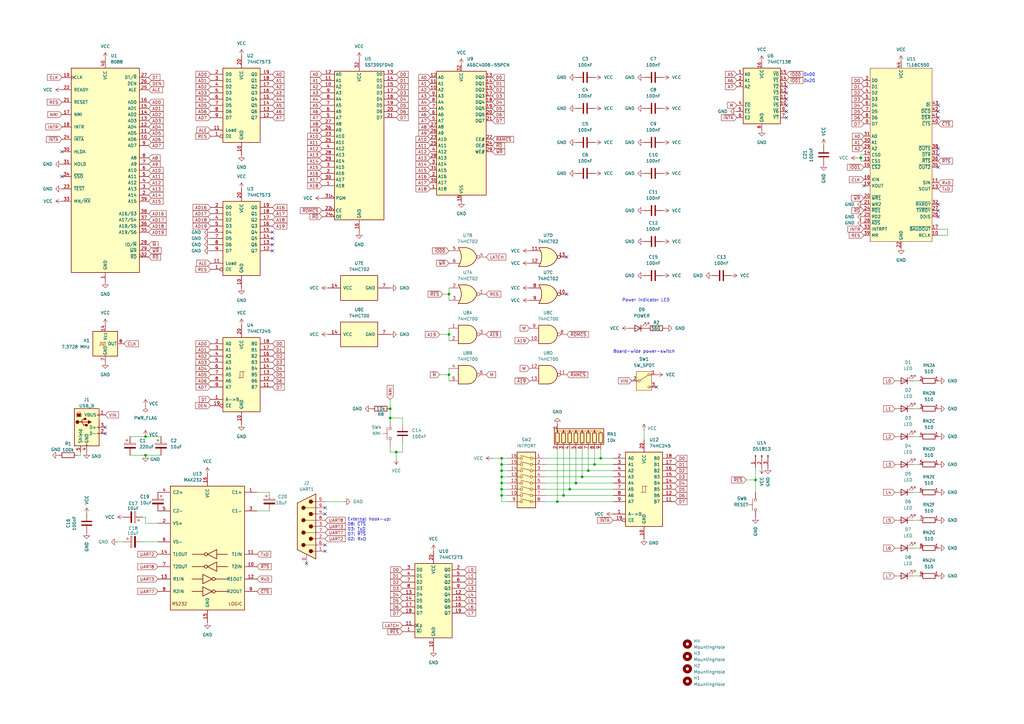
<source format=kicad_sch>
(kicad_sch (version 20250114) (generator "eeschema") (generator_version "9.0")
  (paper "A3")
  (lib_symbols
    (symbol "74xx:74HC00" (pin_names (offset 1.016))
      (property "Reference" "U" (at 0 1.27 0))
      (property "Value" "74HC00" (at 0 -1.27 0))
      (symbol "74HC00_1_1"
        (pin input line (at -7.62 2.54 0) (length 3.81) (name "~") (number "1"))
        (pin input line (at -7.62 -2.54 0) (length 3.81) (name "~") (number "2"))
        (pin output inverted (at 7.62 0 180) (length 3.81) (name "~") (number "3"))
      )
      (symbol "74HC00_1_2"
        (pin input inverted (at -7.62 2.54 0) (length 4.318) (name "~") (number "1"))
        (pin input inverted (at -7.62 -2.54 0) (length 4.318) (name "~") (number "2"))
        (pin output line (at 7.62 0 180) (length 3.81) (name "~") (number "3"))
      )
      (symbol "74HC00_2_1"
        (pin input line (at -7.62 2.54 0) (length 3.81) (name "~") (number "4"))
        (pin input line (at -7.62 -2.54 0) (length 3.81) (name "~") (number "5"))
        (pin output inverted (at 7.62 0 180) (length 3.81) (name "~") (number "6"))
      )
      (symbol "74HC00_2_2"
        (pin input inverted (at -7.62 2.54 0) (length 4.318) (name "~") (number "4"))
        (pin input inverted (at -7.62 -2.54 0) (length 4.318) (name "~") (number "5"))
        (pin output line (at 7.62 0 180) (length 3.81) (name "~") (number "6"))
      )
      (symbol "74HC00_3_1"
        (pin input line (at -7.62 2.54 0) (length 3.81) (name "~") (number "9"))
        (pin input line (at -7.62 -2.54 0) (length 3.81) (name "~") (number "10"))
        (pin output inverted (at 7.62 0 180) (length 3.81) (name "~") (number "8"))
      )
      (symbol "74HC00_3_2"
        (pin input inverted (at -7.62 2.54 0) (length 4.318) (name "~") (number "9"))
        (pin input inverted (at -7.62 -2.54 0) (length 4.318) (name "~") (number "10"))
        (pin output line (at 7.62 0 180) (length 3.81) (name "~") (number "8"))
      )
      (symbol "74HC00_4_1"
        (pin input line (at -7.62 2.54 0) (length 3.81) (name "~") (number "12"))
        (pin input line (at -7.62 -2.54 0) (length 3.81) (name "~") (number "13"))
        (pin output inverted (at 7.62 0 180) (length 3.81) (name "~") (number "11"))
      )
      (symbol "74HC00_4_2"
        (pin input inverted (at -7.62 2.54 0) (length 4.318) (name "~") (number "12"))
        (pin input inverted (at -7.62 -2.54 0) (length 4.318) (name "~") (number "13"))
        (pin output line (at 7.62 0 180) (length 3.81) (name "~") (number "11"))
      )
      (symbol "74HC00_5_0"
        (pin power_in line (at 0 12.7 270) (length 5.08) (name "VCC") (number "14"))
        (pin power_in line (at 0 -12.7 90) (length 5.08) (name "GND") (number "7"))
      )
    )
    (symbol "74xx:74HC02" (pin_names (offset 1.016))
      (property "Reference" "U" (at 0 1.27 0))
      (property "Value" "74HC02" (at 0 -1.27 0))
      (symbol "74HC02_1_1"
        (pin input line (at -7.62 2.54 0) (length 4.318) (name "~") (number "2"))
        (pin input line (at -7.62 -2.54 0) (length 4.318) (name "~") (number "3"))
        (pin output inverted (at 7.62 0 180) (length 3.81) (name "~") (number "1"))
      )
      (symbol "74HC02_1_2"
        (pin input inverted (at -7.62 2.54 0) (length 3.81) (name "~") (number "2"))
        (pin input inverted (at -7.62 -2.54 0) (length 3.81) (name "~") (number "3"))
        (pin output line (at 7.62 0 180) (length 3.81) (name "~") (number "1"))
      )
      (symbol "74HC02_2_1"
        (pin input line (at -7.62 2.54 0) (length 4.318) (name "~") (number "5"))
        (pin input line (at -7.62 -2.54 0) (length 4.318) (name "~") (number "6"))
        (pin output inverted (at 7.62 0 180) (length 3.81) (name "~") (number "4"))
      )
      (symbol "74HC02_2_2"
        (pin input inverted (at -7.62 2.54 0) (length 3.81) (name "~") (number "5"))
        (pin input inverted (at -7.62 -2.54 0) (length 3.81) (name "~") (number "6"))
        (pin output line (at 7.62 0 180) (length 3.81) (name "~") (number "4"))
      )
      (symbol "74HC02_3_1"
        (pin input line (at -7.62 2.54 0) (length 4.318) (name "~") (number "8"))
        (pin input line (at -7.62 -2.54 0) (length 4.318) (name "~") (number "9"))
        (pin output inverted (at 7.62 0 180) (length 3.81) (name "~") (number "10"))
      )
      (symbol "74HC02_3_2"
        (pin input inverted (at -7.62 2.54 0) (length 3.81) (name "~") (number "8"))
        (pin input inverted (at -7.62 -2.54 0) (length 3.81) (name "~") (number "9"))
        (pin output line (at 7.62 0 180) (length 3.81) (name "~") (number "10"))
      )
      (symbol "74HC02_4_1"
        (pin input line (at -7.62 2.54 0) (length 4.318) (name "~") (number "11"))
        (pin input line (at -7.62 -2.54 0) (length 4.318) (name "~") (number "12"))
        (pin output inverted (at 7.62 0 180) (length 3.81) (name "~") (number "13"))
      )
      (symbol "74HC02_4_2"
        (pin input inverted (at -7.62 2.54 0) (length 3.81) (name "~") (number "11"))
        (pin input inverted (at -7.62 -2.54 0) (length 3.81) (name "~") (number "12"))
        (pin output line (at 7.62 0 180) (length 3.81) (name "~") (number "13"))
      )
      (symbol "74HC02_5_0"
        (pin power_in line (at 0 12.7 270) (length 5.08) (name "VCC") (number "14"))
        (pin power_in line (at 0 -12.7 90) (length 5.08) (name "GND") (number "7"))
      )
    )
    (symbol "74xx:74HC138"
      (property "Reference" "U" (at -7.62 13.97 0))
      (property "Value" "74HC138" (at 2.54 -11.43 0))
      (symbol "74HC138_1_1"
        (pin input line (at -10.16 10.16 0) (length 2.54) (name "A0") (number "1"))
        (pin input line (at -10.16 7.62 0) (length 2.54) (name "A1") (number "2"))
        (pin input line (at -10.16 5.08 0) (length 2.54) (name "A2") (number "3"))
        (pin input line (at -10.16 -2.54 0) (length 2.54) (name "~{E0}") (number "4"))
        (pin input line (at -10.16 -5.08 0) (length 2.54) (name "~{E1}") (number "5"))
        (pin input line (at -10.16 -7.62 0) (length 2.54) (name "E2") (number "6"))
        (pin power_in line (at 0 15.24 270) (length 2.54) (name "VCC") (number "16"))
        (pin power_in line (at 0 -12.7 90) (length 2.54) (name "GND") (number "8"))
        (pin output line (at 10.16 10.16 180) (length 2.54) (name "~{Y0}") (number "15"))
        (pin output line (at 10.16 7.62 180) (length 2.54) (name "~{Y1}") (number "14"))
        (pin output line (at 10.16 5.08 180) (length 2.54) (name "~{Y2}") (number "13"))
        (pin output line (at 10.16 2.54 180) (length 2.54) (name "~{Y3}") (number "12"))
        (pin output line (at 10.16 0 180) (length 2.54) (name "~{Y4}") (number "11"))
        (pin output line (at 10.16 -2.54 180) (length 2.54) (name "~{Y5}") (number "10"))
        (pin output line (at 10.16 -5.08 180) (length 2.54) (name "~{Y6}") (number "9"))
        (pin output line (at 10.16 -7.62 180) (length 2.54) (name "~{Y7}") (number "7"))
      )
    )
    (symbol "74xx:74HC245" (pin_names (offset 1.016))
      (property "Reference" "U" (at -7.62 16.51 0))
      (property "Value" "74HC245" (at -7.62 -16.51 0))
      (symbol "74HC245_1_0"
        (pin tri_state line (at -12.7 12.7 0) (length 5.08) (name "A0") (number "2"))
        (pin tri_state line (at -12.7 10.16 0) (length 5.08) (name "A1") (number "3"))
        (pin tri_state line (at -12.7 7.62 0) (length 5.08) (name "A2") (number "4"))
        (pin tri_state line (at -12.7 5.08 0) (length 5.08) (name "A3") (number "5"))
        (pin tri_state line (at -12.7 2.54 0) (length 5.08) (name "A4") (number "6"))
        (pin tri_state line (at -12.7 0 0) (length 5.08) (name "A5") (number "7"))
        (pin tri_state line (at -12.7 -2.54 0) (length 5.08) (name "A6") (number "8"))
        (pin tri_state line (at -12.7 -5.08 0) (length 5.08) (name "A7") (number "9"))
        (pin input line (at -12.7 -10.16 0) (length 5.08) (name "A->B") (number "1"))
        (pin input inverted (at -12.7 -12.7 0) (length 5.08) (name "CE") (number "19"))
        (pin power_in line (at 0 20.32 270) (length 5.08) (name "VCC") (number "20"))
        (pin power_in line (at 0 -20.32 90) (length 5.08) (name "GND") (number "10"))
        (pin tri_state line (at 12.7 12.7 180) (length 5.08) (name "B0") (number "18"))
        (pin tri_state line (at 12.7 10.16 180) (length 5.08) (name "B1") (number "17"))
        (pin tri_state line (at 12.7 7.62 180) (length 5.08) (name "B2") (number "16"))
        (pin tri_state line (at 12.7 5.08 180) (length 5.08) (name "B3") (number "15"))
        (pin tri_state line (at 12.7 2.54 180) (length 5.08) (name "B4") (number "14"))
        (pin tri_state line (at 12.7 0 180) (length 5.08) (name "B5") (number "13"))
        (pin tri_state line (at 12.7 -2.54 180) (length 5.08) (name "B6") (number "12"))
        (pin tri_state line (at 12.7 -5.08 180) (length 5.08) (name "B7") (number "11"))
      )
    )
    (symbol "74xx:74HC273"
      (property "Reference" "U" (at -7.62 16.51 0))
      (property "Value" "74HC273" (at -7.62 -16.51 0))
      (symbol "74HC273_1_0"
        (pin input line (at -12.7 12.7 0) (length 5.08) (name "D0") (number "3"))
        (pin input line (at -12.7 10.16 0) (length 5.08) (name "D1") (number "4"))
        (pin input line (at -12.7 7.62 0) (length 5.08) (name "D2") (number "7"))
        (pin input line (at -12.7 5.08 0) (length 5.08) (name "D3") (number "8"))
        (pin input line (at -12.7 2.54 0) (length 5.08) (name "D4") (number "13"))
        (pin input line (at -12.7 0 0) (length 5.08) (name "D5") (number "14"))
        (pin input line (at -12.7 -2.54 0) (length 5.08) (name "D6") (number "17"))
        (pin input line (at -12.7 -5.08 0) (length 5.08) (name "D7") (number "18"))
        (pin input clock (at -12.7 -10.16 0) (length 5.08) (name "Cp") (number "11"))
        (pin input line (at -12.7 -12.7 0) (length 5.08) (name "~{Mr}") (number "1"))
        (pin power_in line (at 0 20.32 270) (length 5.08) (name "VCC") (number "20"))
        (pin power_in line (at 0 -20.32 90) (length 5.08) (name "GND") (number "10"))
        (pin output line (at 12.7 12.7 180) (length 5.08) (name "Q0") (number "2"))
        (pin output line (at 12.7 10.16 180) (length 5.08) (name "Q1") (number "5"))
        (pin output line (at 12.7 7.62 180) (length 5.08) (name "Q2") (number "6"))
        (pin output line (at 12.7 5.08 180) (length 5.08) (name "Q3") (number "9"))
        (pin output line (at 12.7 2.54 180) (length 5.08) (name "Q4") (number "12"))
        (pin output line (at 12.7 0 180) (length 5.08) (name "Q5") (number "15"))
        (pin output line (at 12.7 -2.54 180) (length 5.08) (name "Q6") (number "16"))
        (pin output line (at 12.7 -5.08 180) (length 5.08) (name "Q7") (number "19"))
      )
    )
    (symbol "74xx:74LS573" (pin_names (offset 1.016))
      (property "Reference" "U" (at -7.62 16.51 0))
      (property "Value" "74LS573" (at -7.62 -16.51 0))
      (symbol "74LS573_1_0"
        (pin input line (at -12.7 12.7 0) (length 5.08) (name "D0") (number "2"))
        (pin input line (at -12.7 10.16 0) (length 5.08) (name "D1") (number "3"))
        (pin input line (at -12.7 7.62 0) (length 5.08) (name "D2") (number "4"))
        (pin input line (at -12.7 5.08 0) (length 5.08) (name "D3") (number "5"))
        (pin input line (at -12.7 2.54 0) (length 5.08) (name "D4") (number "6"))
        (pin input line (at -12.7 0 0) (length 5.08) (name "D5") (number "7"))
        (pin input line (at -12.7 -2.54 0) (length 5.08) (name "D6") (number "8"))
        (pin input line (at -12.7 -5.08 0) (length 5.08) (name "D7") (number "9"))
        (pin input line (at -12.7 -10.16 0) (length 5.08) (name "Load") (number "11"))
        (pin input inverted (at -12.7 -12.7 0) (length 5.08) (name "OE") (number "1"))
        (pin power_in line (at 0 20.32 270) (length 5.08) (name "VCC") (number "20"))
        (pin power_in line (at 0 -20.32 90) (length 5.08) (name "GND") (number "10"))
        (pin tri_state line (at 12.7 12.7 180) (length 5.08) (name "Q0") (number "19"))
        (pin tri_state line (at 12.7 10.16 180) (length 5.08) (name "Q1") (number "18"))
        (pin tri_state line (at 12.7 7.62 180) (length 5.08) (name "Q2") (number "17"))
        (pin tri_state line (at 12.7 5.08 180) (length 5.08) (name "Q3") (number "16"))
        (pin tri_state line (at 12.7 2.54 180) (length 5.08) (name "Q4") (number "15"))
        (pin tri_state line (at 12.7 0 180) (length 5.08) (name "Q5") (number "14"))
        (pin tri_state line (at 12.7 -2.54 180) (length 5.08) (name "Q6") (number "13"))
        (pin tri_state line (at 12.7 -5.08 180) (length 5.08) (name "Q7") (number "12"))
      )
    )
    (symbol "Connector:Conn_01x03_Pin" (pin_names (offset 1.016) (hide yes))
      (property "Reference" "J" (at 0 5.08 0))
      (property "Value" "Conn_01x03_Pin" (at 0 -5.08 0))
      (symbol "Conn_01x03_Pin_1_1"
        (pin passive line (at 5.08 2.54 180) (length 3.81) (name "Pin_1") (number "1"))
        (pin passive line (at 5.08 0 180) (length 3.81) (name "Pin_2") (number "2"))
        (pin passive line (at 5.08 -2.54 180) (length 3.81) (name "Pin_3") (number "3"))
      )
    )
    (symbol "Connector:DE9_Pins_MountingHoles" (pin_names (offset 1.016) (hide yes))
      (property "Reference" "J" (at 0 16.51 0))
      (property "Value" "DE9_Pins_MountingHoles" (at 0 14.605 0))
      (symbol "DE9_Pins_MountingHoles_1_1"
        (pin passive line (at -7.62 10.16 0) (length 3.81) (name "5") (number "5"))
        (pin passive line (at -7.62 7.62 0) (length 3.81) (name "9") (number "9"))
        (pin passive line (at -7.62 5.08 0) (length 3.81) (name "4") (number "4"))
        (pin passive line (at -7.62 2.54 0) (length 3.81) (name "8") (number "8"))
        (pin passive line (at -7.62 0 0) (length 3.81) (name "3") (number "3"))
        (pin passive line (at -7.62 -2.54 0) (length 3.81) (name "7") (number "7"))
        (pin passive line (at -7.62 -5.08 0) (length 3.81) (name "2") (number "2"))
        (pin passive line (at -7.62 -7.62 0) (length 3.81) (name "6") (number "6"))
        (pin passive line (at -7.62 -10.16 0) (length 3.81) (name "1") (number "1"))
        (pin passive line (at 0 -15.24 90) (length 3.81) (name "PAD") (number "0"))
      )
    )
    (symbol "Connector:USB_B" (pin_names (offset 1.016))
      (property "Reference" "J" (at -5.08 11.43 0))
      (property "Value" "USB_B" (at -5.08 8.89 0))
      (symbol "USB_B_1_1"
        (pin passive line (at -2.54 -10.16 90) (length 2.54) (name "Shield") (number "5"))
        (pin power_out line (at 0 -10.16 90) (length 2.54) (name "GND") (number "4"))
        (pin power_out line (at 7.62 5.08 180) (length 2.54) (name "VBUS") (number "1"))
        (pin bidirectional line (at 7.62 0 180) (length 2.54) (name "D+") (number "3"))
        (pin bidirectional line (at 7.62 -2.54 180) (length 2.54) (name "D-") (number "2"))
      )
    )
    (symbol "Device:C" (pin_numbers (hide yes)) (pin_names (offset 0.254))
      (property "Reference" "C" (at 0.635 2.54 0))
      (property "Value" "C" (at 0.635 -2.54 0))
      (symbol "C_1_1"
        (pin passive line (at 0 3.81 270) (length 2.794) (name "~") (number "1"))
        (pin passive line (at 0 -3.81 90) (length 2.794) (name "~") (number "2"))
      )
    )
    (symbol "Device:C_Polarized" (pin_numbers (hide yes)) (pin_names (offset 0.254))
      (property "Reference" "C" (at 0.635 2.54 0))
      (property "Value" "C_Polarized" (at 0.635 -2.54 0))
      (symbol "C_Polarized_1_1"
        (pin passive line (at 0 3.81 270) (length 2.794) (name "~") (number "1"))
        (pin passive line (at 0 -3.81 90) (length 2.794) (name "~") (number "2"))
      )
    )
    (symbol "Device:LED" (pin_numbers (hide yes)) (pin_names (offset 1.016) (hide yes))
      (property "Reference" "D" (at 0 2.54 0))
      (property "Value" "LED" (at 0 -2.54 0))
      (symbol "LED_1_1"
        (pin passive line (at -3.81 0 0) (length 2.54) (name "K") (number "1"))
        (pin passive line (at 3.81 0 180) (length 2.54) (name "A") (number "2"))
      )
    )
    (symbol "Device:R" (pin_numbers (hide yes)) (pin_names (offset 0))
      (property "Reference" "R" (at 2.032 0 90))
      (property "Value" "R" (at 0 0 90))
      (symbol "R_1_1"
        (pin passive line (at 0 3.81 270) (length 1.27) (name "~") (number "1"))
        (pin passive line (at 0 -3.81 90) (length 1.27) (name "~") (number "2"))
      )
    )
    (symbol "Device:R_Network08" (pin_names (offset 0) (hide yes))
      (property "Reference" "RN" (at -12.7 0 90))
      (property "Value" "R_Network08" (at 10.16 0 90))
      (symbol "R_Network08_1_1"
        (pin passive line (at -10.16 5.08 270) (length 2.54) (name "common") (number "1"))
        (pin passive line (at -10.16 -5.08 90) (length 1.27) (name "R1") (number "2"))
        (pin passive line (at -7.62 -5.08 90) (length 1.27) (name "R2") (number "3"))
        (pin passive line (at -5.08 -5.08 90) (length 1.27) (name "R3") (number "4"))
        (pin passive line (at -2.54 -5.08 90) (length 1.27) (name "R4") (number "5"))
        (pin passive line (at 0 -5.08 90) (length 1.27) (name "R5") (number "6"))
        (pin passive line (at 2.54 -5.08 90) (length 1.27) (name "R6") (number "7"))
        (pin passive line (at 5.08 -5.08 90) (length 1.27) (name "R7") (number "8"))
        (pin passive line (at 7.62 -5.08 90) (length 1.27) (name "R8") (number "9"))
      )
    )
    (symbol "Device:R_Network08_Split" (pin_names (offset 0) (hide yes))
      (property "Reference" "RN" (at 2.032 0 90))
      (property "Value" "R_Network08_Split" (at 0 0 90))
      (symbol "R_Network08_Split_0_1"
        (pin passive line (at 0 3.81 270) (length 1.27) (name "R1") (number "1"))
      )
      (symbol "R_Network08_Split_1_1"
        (pin passive line (at 0 -3.81 90) (length 1.27) (name "R1.2") (number "2"))
      )
      (symbol "R_Network08_Split_2_1"
        (pin passive line (at 0 -3.81 90) (length 1.27) (name "R2.2") (number "3"))
      )
      (symbol "R_Network08_Split_3_1"
        (pin passive line (at 0 -3.81 90) (length 1.27) (name "R3.2") (number "4"))
      )
      (symbol "R_Network08_Split_4_1"
        (pin passive line (at 0 -3.81 90) (length 1.27) (name "R4.2") (number "5"))
      )
      (symbol "R_Network08_Split_5_1"
        (pin passive line (at 0 -3.81 90) (length 1.27) (name "R5.2") (number "6"))
      )
      (symbol "R_Network08_Split_6_1"
        (pin passive line (at 0 -3.81 90) (length 1.27) (name "R6.2") (number "7"))
      )
      (symbol "R_Network08_Split_7_1"
        (pin passive line (at 0 -3.81 90) (length 1.27) (name "R7.2") (number "8"))
      )
      (symbol "R_Network08_Split_8_1"
        (pin passive line (at 0 -3.81 90) (length 1.27) (name "R8.2") (number "9"))
      )
    )
    (symbol "Interface_UART:MAX232" (pin_names (offset 1.016))
      (property "Reference" "U" (at -2.54 28.575 0))
      (property "Value" "MAX232" (at -2.54 26.67 0))
      (symbol "MAX232_0_0"
        (text "LOGIC" (at -11.43 -22.86 0) (effects (font (size 1.27 1.27))))
        (text "RS232" (at 11.43 -22.86 0) (effects (font (size 1.27 1.27))))
      )
      (symbol "MAX232_1_1"
        (pin passive line (at -20.32 22.86 0) (length 5.08) (name "C1+") (number "1"))
        (pin passive line (at -20.32 15.24 0) (length 5.08) (name "C1-") (number "3"))
        (pin input line (at -20.32 -2.54 0) (length 5.08) (name "T1IN") (number "11"))
        (pin input line (at -20.32 -7.62 0) (length 5.08) (name "T2IN") (number "10"))
        (pin output line (at -20.32 -12.7 0) (length 5.08) (name "R1OUT") (number "12"))
        (pin output line (at -20.32 -17.78 0) (length 5.08) (name "R2OUT") (number "9"))
        (pin power_in line (at 0 30.48 270) (length 5.08) (name "VCC") (number "16"))
        (pin power_in line (at 0 -30.48 90) (length 5.08) (name "GND") (number "15"))
        (pin passive line (at 20.32 22.86 180) (length 5.08) (name "C2+") (number "4"))
        (pin passive line (at 20.32 15.24 180) (length 5.08) (name "C2-") (number "5"))
        (pin power_out line (at 20.32 10.16 180) (length 5.08) (name "VS+") (number "2"))
        (pin power_out line (at 20.32 2.54 180) (length 5.08) (name "VS-") (number "6"))
        (pin output line (at 20.32 -2.54 180) (length 5.08) (name "T1OUT") (number "14"))
        (pin output line (at 20.32 -7.62 180) (length 5.08) (name "T2OUT") (number "7"))
        (pin input line (at 20.32 -12.7 180) (length 5.08) (name "R1IN") (number "13"))
        (pin input line (at 20.32 -17.78 180) (length 5.08) (name "R2IN") (number "8"))
      )
    )
    (symbol "MCU_Intel:8088" (pin_names (offset 1.016))
      (property "Reference" "U" (at -12.7 43.18 0))
      (property "Value" "8088" (at 10.16 43.18 0))
      (symbol "8088_1_1"
        (pin input clock (at -17.78 38.1 0) (length 3.81) (name "CLK") (number "19"))
        (pin input line (at -17.78 33.02 0) (length 3.81) (name "READY") (number "22"))
        (pin input line (at -17.78 27.94 0) (length 3.81) (name "RESET") (number "21"))
        (pin input line (at -17.78 22.86 0) (length 3.81) (name "NMI") (number "17"))
        (pin input line (at -17.78 17.78 0) (length 3.81) (name "INTR") (number "18"))
        (pin output line (at -17.78 12.7 0) (length 3.81) (name "~{INTA}") (number "24"))
        (pin output line (at -17.78 7.62 0) (length 3.81) (name "HLDA") (number "30"))
        (pin input line (at -17.78 2.54 0) (length 3.81) (name "HOLD") (number "31"))
        (pin output line (at -17.78 -2.54 0) (length 3.81) (name "~{SSO}") (number "34"))
        (pin input line (at -17.78 -7.62 0) (length 3.81) (name "~{TEST}") (number "23"))
        (pin input line (at -17.78 -12.7 0) (length 3.81) (name "MN/~{MX}") (number "33"))
        (pin power_in line (at 0 45.72 270) (length 3.81) (name "VCC") (number "40"))
        (pin power_in line (at 0 -45.72 90) (length 3.81) (name "GND") (number "1"))
        (pin passive line (at 0 -45.72 90) (length 3.81) (hide yes) (name "GND") (number "20"))
        (pin output line (at 17.78 38.1 180) (length 3.81) (name "DT/~{R}") (number "27"))
        (pin output line (at 17.78 35.56 180) (length 3.81) (name "DEN") (number "26"))
        (pin output line (at 17.78 33.02 180) (length 3.81) (name "ALE") (number "25"))
        (pin bidirectional line (at 17.78 27.94 180) (length 3.81) (name "AD0") (number "16"))
        (pin bidirectional line (at 17.78 25.4 180) (length 3.81) (name "AD1") (number "15"))
        (pin bidirectional line (at 17.78 22.86 180) (length 3.81) (name "AD2") (number "14"))
        (pin bidirectional line (at 17.78 20.32 180) (length 3.81) (name "AD3") (number "13"))
        (pin bidirectional line (at 17.78 17.78 180) (length 3.81) (name "AD4") (number "12"))
        (pin bidirectional line (at 17.78 15.24 180) (length 3.81) (name "AD5") (number "11"))
        (pin bidirectional line (at 17.78 12.7 180) (length 3.81) (name "AD6") (number "10"))
        (pin bidirectional line (at 17.78 10.16 180) (length 3.81) (name "AD7") (number "9"))
        (pin output line (at 17.78 5.08 180) (length 3.81) (name "A8") (number "8"))
        (pin output line (at 17.78 2.54 180) (length 3.81) (name "A9") (number "7"))
        (pin output line (at 17.78 0 180) (length 3.81) (name "A10") (number "6"))
        (pin output line (at 17.78 -2.54 180) (length 3.81) (name "A11") (number "5"))
        (pin output line (at 17.78 -5.08 180) (length 3.81) (name "A12") (number "4"))
        (pin output line (at 17.78 -7.62 180) (length 3.81) (name "A13") (number "3"))
        (pin output line (at 17.78 -10.16 180) (length 3.81) (name "A14") (number "2"))
        (pin output line (at 17.78 -12.7 180) (length 3.81) (name "A15") (number "39"))
        (pin output line (at 17.78 -17.78 180) (length 3.81) (name "A16/S3") (number "38"))
        (pin output line (at 17.78 -20.32 180) (length 3.81) (name "A17/S4") (number "37"))
        (pin output line (at 17.78 -22.86 180) (length 3.81) (name "A18/S5") (number "36"))
        (pin output line (at 17.78 -25.4 180) (length 3.81) (name "A19/S6") (number "35"))
        (pin output line (at 17.78 -30.48 180) (length 3.81) (name "IO/~{M}") (number "28"))
        (pin output line (at 17.78 -33.02 180) (length 3.81) (name "~{WR}") (number "29"))
        (pin output output_low (at 17.78 -35.56 180) (length 3.81) (name "~{RD}") (number "32"))
      )
    )
    (symbol "Mechanical:MountingHole" (pin_names (offset 1.016)) (in_bom no)
      (property "Reference" "H" (at 0 5.08 0))
      (property "Value" "MountingHole" (at 0 3.175 0))
    )
    (symbol "Memory_Flash:SST39SF040"
      (property "Reference" "U" (at 2.54 33.02 0))
      (property "Value" "SST39SF040" (at 0 -30.48 0))
      (symbol "SST39SF040_0_0"
        (pin power_in line (at 0 36.83 270) (length 5.08) (name "VCC") (number "32"))
        (pin power_in line (at 0 -34.29 90) (length 5.08) (name "GND") (number "16"))
      )
      (symbol "SST39SF040_1_1"
        (pin input line (at -15.24 30.48 0) (length 5.08) (name "A0") (number "12"))
        (pin input line (at -15.24 27.94 0) (length 5.08) (name "A1") (number "11"))
        (pin input line (at -15.24 25.4 0) (length 5.08) (name "A2") (number "10"))
        (pin input line (at -15.24 22.86 0) (length 5.08) (name "A3") (number "9"))
        (pin input line (at -15.24 20.32 0) (length 5.08) (name "A4") (number "8"))
        (pin input line (at -15.24 17.78 0) (length 5.08) (name "A5") (number "7"))
        (pin input line (at -15.24 15.24 0) (length 5.08) (name "A6") (number "6"))
        (pin input line (at -15.24 12.7 0) (length 5.08) (name "A7") (number "5"))
        (pin input line (at -15.24 10.16 0) (length 5.08) (name "A8") (number "27"))
        (pin input line (at -15.24 7.62 0) (length 5.08) (name "A9") (number "26"))
        (pin input line (at -15.24 5.08 0) (length 5.08) (name "A10") (number "23"))
        (pin input line (at -15.24 2.54 0) (length 5.08) (name "A11") (number "25"))
        (pin input line (at -15.24 0 0) (length 5.08) (name "A12") (number "4"))
        (pin input line (at -15.24 -2.54 0) (length 5.08) (name "A13") (number "28"))
        (pin input line (at -15.24 -5.08 0) (length 5.08) (name "A14") (number "29"))
        (pin input line (at -15.24 -7.62 0) (length 5.08) (name "A15") (number "3"))
        (pin input line (at -15.24 -10.16 0) (length 5.08) (name "A16") (number "2"))
        (pin input line (at -15.24 -12.7 0) (length 5.08) (name "A17") (number "30"))
        (pin input line (at -15.24 -15.24 0) (length 5.08) (name "A18") (number "1"))
        (pin input input_low (at -15.24 -20.32 0) (length 5.08) (name "PGM") (number "31"))
        (pin input input_low (at -15.24 -25.4 0) (length 5.08) (name "CE") (number "22"))
        (pin input input_low (at -15.24 -27.94 0) (length 5.08) (name "OE") (number "24"))
        (pin tri_state line (at 15.24 30.48 180) (length 5.08) (name "D0") (number "13"))
        (pin tri_state line (at 15.24 27.94 180) (length 5.08) (name "D1") (number "14"))
        (pin tri_state line (at 15.24 25.4 180) (length 5.08) (name "D2") (number "15"))
        (pin tri_state line (at 15.24 22.86 180) (length 5.08) (name "D3") (number "17"))
        (pin tri_state line (at 15.24 20.32 180) (length 5.08) (name "D4") (number "18"))
        (pin tri_state line (at 15.24 17.78 180) (length 5.08) (name "D5") (number "19"))
        (pin tri_state line (at 15.24 15.24 180) (length 5.08) (name "D6") (number "20"))
        (pin tri_state line (at 15.24 12.7 180) (length 5.08) (name "D7") (number "21"))
      )
    )
    (symbol "Memory_RAM:AS6C4008-55PCN"
      (property "Reference" "U" (at -10.16 26.035 0))
      (property "Value" "AS6C4008-55PCN" (at 2.54 26.035 0))
      (symbol "AS6C4008-55PCN_0_0"
        (pin power_in line (at 0 27.94 270) (length 2.54) (name "VCC") (number "32"))
        (pin power_in line (at 0 -27.94 90) (length 2.54) (name "VSS") (number "16"))
      )
      (symbol "AS6C4008-55PCN_1_1"
        (pin input line (at -12.7 22.86 0) (length 2.54) (name "A0") (number "12"))
        (pin input line (at -12.7 20.32 0) (length 2.54) (name "A1") (number "11"))
        (pin input line (at -12.7 17.78 0) (length 2.54) (name "A2") (number "10"))
        (pin input line (at -12.7 15.24 0) (length 2.54) (name "A3") (number "9"))
        (pin input line (at -12.7 12.7 0) (length 2.54) (name "A4") (number "8"))
        (pin input line (at -12.7 10.16 0) (length 2.54) (name "A5") (number "7"))
        (pin input line (at -12.7 7.62 0) (length 2.54) (name "A6") (number "6"))
        (pin input line (at -12.7 5.08 0) (length 2.54) (name "A7") (number "5"))
        (pin input line (at -12.7 2.54 0) (length 2.54) (name "A8") (number "27"))
        (pin input line (at -12.7 0 0) (length 2.54) (name "A9") (number "26"))
        (pin input line (at -12.7 -2.54 0) (length 2.54) (name "A10") (number "23"))
        (pin input line (at -12.7 -5.08 0) (length 2.54) (name "A11") (number "25"))
        (pin input line (at -12.7 -7.62 0) (length 2.54) (name "A12") (number "4"))
        (pin input line (at -12.7 -10.16 0) (length 2.54) (name "A13") (number "28"))
        (pin input line (at -12.7 -12.7 0) (length 2.54) (name "A14") (number "3"))
        (pin input line (at -12.7 -15.24 0) (length 2.54) (name "A15") (number "31"))
        (pin input line (at -12.7 -17.78 0) (length 2.54) (name "A16") (number "2"))
        (pin input line (at -12.7 -20.32 0) (length 2.54) (name "A17") (number "30"))
        (pin input line (at -12.7 -22.86 0) (length 2.54) (name "A18") (number "1"))
        (pin tri_state line (at 12.7 22.86 180) (length 2.54) (name "DQ0") (number "13"))
        (pin tri_state line (at 12.7 20.32 180) (length 2.54) (name "DQ1") (number "14"))
        (pin tri_state line (at 12.7 17.78 180) (length 2.54) (name "DQ2") (number "15"))
        (pin tri_state line (at 12.7 15.24 180) (length 2.54) (name "DQ3") (number "17"))
        (pin tri_state line (at 12.7 12.7 180) (length 2.54) (name "DQ4") (number "18"))
        (pin tri_state line (at 12.7 10.16 180) (length 2.54) (name "DQ5") (number "19"))
        (pin tri_state line (at 12.7 7.62 180) (length 2.54) (name "DQ6") (number "20"))
        (pin tri_state line (at 12.7 5.08 180) (length 2.54) (name "DQ7") (number "21"))
        (pin input line (at 12.7 -2.54 180) (length 2.54) (name "CE#") (number "22"))
        (pin input line (at 12.7 -5.08 180) (length 2.54) (name "OE#") (number "24"))
        (pin input line (at 12.7 -7.62 180) (length 2.54) (name "WE#") (number "29"))
      )
    )
    (symbol "Oscillator:TCXO-14" (pin_names (offset 0.254))
      (property "Reference" "Y" (at -5.08 6.35 0))
      (property "Value" "TCXO-14" (at 1.27 -6.35 0))
      (symbol "TCXO-14_1_1"
        (pin no_connect line (at -5.08 2.54 0) (length 2.54) (hide yes) (name "NC") (number "1"))
        (pin power_in line (at 0 7.62 270) (length 2.54) (name "Vcc") (number "14"))
        (pin power_in line (at 0 -7.62 90) (length 2.54) (name "GND") (number "7"))
        (pin output line (at 7.62 0 180) (length 2.54) (name "OUT") (number "8"))
      )
    )
    (symbol "Switch:SW_DIP_x08" (pin_names (offset 0) (hide yes))
      (property "Reference" "SW" (at 0 13.97 0))
      (property "Value" "SW_DIP_x08" (at 0 -11.43 0))
      (symbol "SW_DIP_x08_1_1"
        (pin passive line (at -7.62 10.16 0) (length 5.08) (name "~") (number "1"))
        (pin passive line (at -7.62 7.62 0) (length 5.08) (name "~") (number "2"))
        (pin passive line (at -7.62 5.08 0) (length 5.08) (name "~") (number "3"))
        (pin passive line (at -7.62 2.54 0) (length 5.08) (name "~") (number "4"))
        (pin passive line (at -7.62 0 0) (length 5.08) (name "~") (number "5"))
        (pin passive line (at -7.62 -2.54 0) (length 5.08) (name "~") (number "6"))
        (pin passive line (at -7.62 -5.08 0) (length 5.08) (name "~") (number "7"))
        (pin passive line (at -7.62 -7.62 0) (length 5.08) (name "~") (number "8"))
        (pin passive line (at 7.62 10.16 180) (length 5.08) (name "~") (number "16"))
        (pin passive line (at 7.62 7.62 180) (length 5.08) (name "~") (number "15"))
        (pin passive line (at 7.62 5.08 180) (length 5.08) (name "~") (number "14"))
        (pin passive line (at 7.62 2.54 180) (length 5.08) (name "~") (number "13"))
        (pin passive line (at 7.62 0 180) (length 5.08) (name "~") (number "12"))
        (pin passive line (at 7.62 -2.54 180) (length 5.08) (name "~") (number "11"))
        (pin passive line (at 7.62 -5.08 180) (length 5.08) (name "~") (number "10"))
        (pin passive line (at 7.62 -7.62 180) (length 5.08) (name "~") (number "9"))
      )
    )
    (symbol "Switch:SW_Push" (pin_numbers (hide yes)) (pin_names (offset 1.016) (hide yes))
      (property "Reference" "SW" (at 1.27 2.54 0))
      (property "Value" "SW_Push" (at 0 -1.524 0))
      (symbol "SW_Push_0_1"
        (pin passive line (at -5.08 0 0) (length 2.54) (name "1") (number "1"))
        (pin passive line (at 5.08 0 180) (length 2.54) (name "2") (number "2"))
      )
    )
    (symbol "Switch:SW_SPDT" (pin_names (offset 0) (hide yes))
      (property "Reference" "SW" (at 0 5.08 0))
      (property "Value" "SW_SPDT" (at 0 -5.08 0))
      (symbol "SW_SPDT_1_1"
        (pin passive line (at -5.08 0 0) (length 2.54) (name "B") (number "2"))
        (pin passive line (at 5.08 2.54 180) (length 2.54) (name "A") (number "1"))
        (pin passive line (at 5.08 -2.54 180) (length 2.54) (name "C") (number "3"))
      )
    )
    (symbol "power:GND" (power) (pin_numbers (hide yes)) (pin_names (offset 0) (hide yes))
      (property "Value" "GND" (at 0 -3.81 0))
      (symbol "GND_1_1"
        (pin power_in line (at 0 0 270) (length 0) (name "~") (number "1"))
      )
    )
    (symbol "power:PWR_FLAG" (power) (pin_numbers (hide yes)) (pin_names (offset 0) (hide yes))
      (property "Value" "PWR_FLAG" (at 0 3.81 0))
      (symbol "PWR_FLAG_0_0"
        (pin power_out line (at 0 0 90) (length 0) (name "~") (number "1"))
      )
    )
    (symbol "power:VCC" (power) (pin_numbers (hide yes)) (pin_names (offset 0) (hide yes))
      (property "Value" "VCC" (at 0 3.556 0))
      (symbol "VCC_1_1"
        (pin power_in line (at 0 0 90) (length 0) (name "~") (number "1"))
      )
    )
    (symbol "tl16c550:TL16C550C-FN"
      (property "Reference" "U" (at 2.032 35.56 0))
      (symbol "TL16C550C-FN_1_1"
        (pin input line (at -15.24 29.21 0) (length 2.54) (name "D0") (number "2"))
        (pin input line (at -15.24 26.67 0) (length 2.54) (name "D1") (number "3"))
        (pin input line (at -15.24 24.13 0) (length 2.54) (name "D2") (number "4"))
        (pin input line (at -15.24 21.59 0) (length 2.54) (name "D3") (number "5"))
        (pin input line (at -15.24 19.05 0) (length 2.54) (name "D4") (number "6"))
        (pin input line (at -15.24 16.51 0) (length 2.54) (name "D5") (number "7"))
        (pin input line (at -15.24 13.97 0) (length 2.54) (name "D6") (number "8"))
        (pin input line (at -15.24 11.43 0) (length 2.54) (name "D7") (number "9"))
        (pin input line (at -15.24 6.35 0) (length 2.54) (name "A0") (number "31"))
        (pin input line (at -15.24 3.81 0) (length 2.54) (name "A1") (number "30"))
        (pin input line (at -15.24 1.27 0) (length 2.54) (name "A2") (number "29"))
        (pin input line (at -15.24 -1.27 0) (length 2.54) (name "CS0") (number "14"))
        (pin input line (at -15.24 -3.81 0) (length 2.54) (name "CS1") (number "15"))
        (pin input line (at -15.24 -6.35 0) (length 2.54) (name "~{CS2}") (number "16"))
        (pin input line (at -15.24 -11.43 0) (length 2.54) (name "XIN") (number "18"))
        (pin input line (at -15.24 -13.97 0) (length 2.54) (name "XOUT") (number "19"))
        (pin input line (at -15.24 -19.05 0) (length 2.54) (name "~{WR1}") (number "20"))
        (pin input line (at -15.24 -21.59 0) (length 2.54) (name "WR2") (number "21"))
        (pin input line (at -15.24 -24.13 0) (length 2.54) (name "~{RD1}") (number "24"))
        (pin input line (at -15.24 -26.67 0) (length 2.54) (name "RD2") (number "25"))
        (pin input line (at -15.24 -29.21 0) (length 2.54) (name "~{ADS}") (number "28"))
        (pin output line (at -15.24 -31.75 0) (length 2.54) (name "INTRPT") (number "33"))
        (pin input line (at -15.24 -34.29 0) (length 2.54) (name "MR") (number "39"))
        (pin power_in line (at 0 36.83 270) (length 2.54) (name "VCC") (number "44"))
        (pin power_in line (at 0 -39.37 90) (length 2.54) (name "GND") (number "22"))
        (pin no_connect line (at 15.24 29.21 180) (length 2.54) (hide yes) (name "NC") (number "12"))
        (pin no_connect line (at 15.24 26.67 180) (length 2.54) (hide yes) (name "NC") (number "23"))
        (pin no_connect line (at 15.24 24.13 180) (length 2.54) (hide yes) (name "NC") (number "34"))
        (pin output line (at 15.24 19.05 180) (length 2.54) (name "~{RI}") (number "43"))
        (pin input line (at 15.24 16.51 180) (length 2.54) (name "~{DCD}") (number "42"))
        (pin input line (at 15.24 13.97 180) (length 2.54) (name "~{DSR}") (number "41"))
        (pin input line (at 15.24 11.43 180) (length 2.54) (name "~{CTS}") (number "40"))
        (pin output line (at 15.24 1.27 180) (length 2.54) (name "~{OUT1}") (number "38"))
        (pin output line (at 15.24 -1.27 180) (length 2.54) (name "~{DTR}") (number "37"))
        (pin output line (at 15.24 -3.81 180) (length 2.54) (name "~{RTS}") (number "36"))
        (pin output line (at 15.24 -6.35 180) (length 2.54) (name "~{OUT2}") (number "35"))
        (pin input line (at 15.24 -12.7 180) (length 2.54) (name "SIN") (number "11"))
        (pin output line (at 15.24 -15.24 180) (length 2.54) (name "SOUT") (number "13"))
        (pin output line (at 15.24 -21.59 180) (length 2.54) (name "~{RXRDY}") (number "32"))
        (pin output line (at 15.24 -24.13 180) (length 2.54) (name "~{TXRDY}") (number "27"))
        (pin output line (at 15.24 -26.67 180) (length 2.54) (name "DDIS") (number "26"))
        (pin output line (at 15.24 -31.75 180) (length 2.54) (name "~{BAUDOUT}") (number "17"))
        (pin input line (at 15.24 -34.29 180) (length 2.54) (name "RCLK") (number "10"))
      )
    )
  )
  (text "0x20" (at 331.978 33.274 0) (effects (font (size 1.27 1.27))))
  (text "Board-wide power-switch\n" (at 264.16 144.272 0) (effects (font (size 1.27 1.27))))
  (text "Power indicator LED" (at 264.922 123.19 0) (effects (font (size 1.27 1.27))))
  (text "0x00" (at 331.978 30.734 0) (effects (font (size 1.27 1.27))))
  (text "External hook-up:\n08: ~{CTS}\n03: TxD\n07: ~{RTS}\n02: RxD" (at 142.494 217.17 0) (effects (font (size 1.27 1.27)) (justify left)))
  (junction (at 205.74 200.66))
  (junction (at 353.06 64.77))
  (junction (at 205.74 187.96))
  (junction (at 184.15 153.67))
  (junction (at 309.88 196.85))
  (junction (at 59.69 186.69))
  (junction (at 205.74 193.04))
  (junction (at 228.6 205.74))
  (junction (at 241.3 193.04))
  (junction (at 246.38 187.96))
  (junction (at 59.69 179.07))
  (junction (at 231.14 203.2))
  (junction (at 205.74 198.12))
  (junction (at 205.74 190.5))
  (junction (at 233.68 200.66))
  (junction (at 184.15 120.65))
  (junction (at 238.76 195.58))
  (junction (at 205.74 195.58))
  (junction (at 160.02 167.64))
  (junction (at 205.74 203.2))
  (junction (at 184.15 137.16))
  (junction (at 160.02 171.45))
  (junction (at 236.22 198.12))
  (junction (at 162.56 185.42))
  (junction (at 243.84 190.5))
  (no_connect (at 125.73 231.14))
  (no_connect (at 384.81 45.72))
  (no_connect (at 133.35 208.28))
  (no_connect (at 384.81 48.26))
  (no_connect (at 111.76 95.25))
  (no_connect (at 111.76 102.87))
  (no_connect (at 384.81 60.96))
  (no_connect (at 384.81 86.36))
  (no_connect (at 25.4 72.39))
  (no_connect (at 269.24 158.75))
  (no_connect (at 384.81 83.82))
  (no_connect (at 111.76 97.79))
  (no_connect (at 133.35 210.82))
  (no_connect (at 133.35 226.06))
  (no_connect (at 43.18 177.8))
  (no_connect (at 25.4 62.23))
  (no_connect (at 384.81 88.9))
  (no_connect (at 232.41 105.41))
  (no_connect (at 322.58 38.1))
  (no_connect (at 43.18 175.26))
  (no_connect (at 133.35 223.52))
  (no_connect (at 111.76 100.33))
  (no_connect (at 232.41 120.65))
  (no_connect (at 384.81 43.18))
  (no_connect (at 322.58 48.26))
  (no_connect (at 322.58 40.64))
  (no_connect (at 322.58 43.18))
  (no_connect (at 322.58 45.72))
  (no_connect (at 384.81 68.58))
  (no_connect (at 354.33 76.2))
  (no_connect (at 384.81 63.5))
  (no_connect (at 322.58 35.56))
  (wire (pts (xy 160.02 171.45) (xy 165.1 171.45)))
  (wire (pts (xy 223.52 200.66) (xy 233.68 200.66)))
  (wire (pts (xy 184.15 151.13) (xy 184.15 153.67)))
  (wire (pts (xy 160.02 171.45) (xy 160.02 172.72)))
  (wire (pts (xy 384.81 96.52) (xy 388.62 96.52)))
  (wire (pts (xy 241.3 184.15) (xy 241.3 193.04)))
  (wire (pts (xy 160.02 182.88) (xy 160.02 185.42)))
  (wire (pts (xy 231.14 184.15) (xy 231.14 203.2)))
  (wire (pts (xy 353.06 64.77) (xy 353.06 63.5)))
  (wire (pts (xy 64.77 222.25) (xy 58.42 222.25)))
  (wire (pts (xy 53.34 179.07) (xy 59.69 179.07)))
  (wire (pts (xy 223.52 190.5) (xy 243.84 190.5)))
  (wire (pts (xy 377.19 156.21) (xy 374.65 156.21)))
  (wire (pts (xy 208.28 205.74) (xy 205.74 205.74)))
  (wire (pts (xy 50.8 222.25) (xy 48.26 222.25)))
  (wire (pts (xy 208.28 203.2) (xy 205.74 203.2)))
  (wire (pts (xy 377.19 167.64) (xy 374.65 167.64)))
  (wire (pts (xy 223.52 187.96) (xy 246.38 187.96)))
  (wire (pts (xy 53.34 186.69) (xy 59.69 186.69)))
  (wire (pts (xy 201.93 187.96) (xy 205.74 187.96)))
  (wire (pts (xy 162.56 185.42) (xy 165.1 185.42)))
  (wire (pts (xy 246.38 184.15) (xy 246.38 187.96)))
  (wire (pts (xy 246.38 187.96) (xy 251.46 187.96)))
  (wire (pts (xy 233.68 184.15) (xy 233.68 200.66)))
  (wire (pts (xy 208.28 193.04) (xy 205.74 193.04)))
  (wire (pts (xy 184.15 120.65) (xy 184.15 118.11)))
  (wire (pts (xy 184.15 153.67) (xy 184.15 156.21)))
  (wire (pts (xy 223.52 205.74) (xy 228.6 205.74)))
  (wire (pts (xy 353.06 66.04) (xy 353.06 64.77)))
  (wire (pts (xy 354.33 66.04) (xy 353.06 66.04)))
  (wire (pts (xy 208.28 190.5) (xy 205.74 190.5)))
  (wire (pts (xy 33.02 186.69) (xy 33.02 185.42)))
  (wire (pts (xy 180.34 137.16) (xy 184.15 137.16)))
  (wire (pts (xy 231.14 203.2) (xy 251.46 203.2)))
  (wire (pts (xy 377.19 179.07) (xy 374.65 179.07)))
  (wire (pts (xy 162.56 185.42) (xy 162.56 187.96)))
  (wire (pts (xy 228.6 184.15) (xy 228.6 205.74)))
  (wire (pts (xy 184.15 137.16) (xy 184.15 139.7)))
  (wire (pts (xy 233.68 200.66) (xy 251.46 200.66)))
  (wire (pts (xy 377.19 236.22) (xy 374.65 236.22)))
  (wire (pts (xy 377.19 224.79) (xy 374.65 224.79)))
  (wire (pts (xy 384.81 93.98) (xy 388.62 93.98)))
  (wire (pts (xy 306.07 196.85) (xy 309.88 196.85)))
  (wire (pts (xy 59.69 214.63) (xy 59.69 212.09)))
  (wire (pts (xy 309.88 196.85) (xy 309.88 201.93)))
  (wire (pts (xy 110.49 201.93) (xy 105.41 201.93)))
  (wire (pts (xy 184.15 137.16) (xy 184.15 134.62)))
  (wire (pts (xy 236.22 184.15) (xy 236.22 198.12)))
  (wire (pts (xy 238.76 184.15) (xy 238.76 195.58)))
  (wire (pts (xy 31.75 186.69) (xy 33.02 186.69)))
  (wire (pts (xy 377.19 201.93) (xy 374.65 201.93)))
  (wire (pts (xy 223.52 203.2) (xy 231.14 203.2)))
  (wire (pts (xy 208.28 200.66) (xy 205.74 200.66)))
  (wire (pts (xy 377.19 213.36) (xy 374.65 213.36)))
  (wire (pts (xy 160.02 167.64) (xy 160.02 171.45)))
  (wire (pts (xy 110.49 209.55) (xy 105.41 209.55)))
  (wire (pts (xy 180.34 153.67) (xy 184.15 153.67)))
  (wire (pts (xy 238.76 195.58) (xy 251.46 195.58)))
  (wire (pts (xy 353.06 63.5) (xy 354.33 63.5)))
  (wire (pts (xy 205.74 195.58) (xy 205.74 193.04)))
  (wire (pts (xy 59.69 212.09) (xy 58.42 212.09)))
  (wire (pts (xy 64.77 214.63) (xy 59.69 214.63)))
  (wire (pts (xy 208.28 195.58) (xy 205.74 195.58)))
  (wire (pts (xy 228.6 205.74) (xy 251.46 205.74)))
  (wire (pts (xy 223.52 193.04) (xy 241.3 193.04)))
  (wire (pts (xy 205.74 205.74) (xy 205.74 203.2)))
  (wire (pts (xy 184.15 120.65) (xy 184.15 123.19)))
  (wire (pts (xy 59.69 179.07) (xy 66.04 179.07)))
  (wire (pts (xy 205.74 198.12) (xy 205.74 195.58)))
  (wire (pts (xy 205.74 200.66) (xy 205.74 198.12)))
  (wire (pts (xy 160.02 185.42) (xy 162.56 185.42)))
  (wire (pts (xy 309.88 191.77) (xy 309.88 196.85)))
  (wire (pts (xy 236.22 198.12) (xy 251.46 198.12)))
  (wire (pts (xy 133.35 205.74) (xy 140.97 205.74)))
  (wire (pts (xy 205.74 187.96) (xy 208.28 187.96)))
  (wire (pts (xy 205.74 203.2) (xy 205.74 200.66)))
  (wire (pts (xy 223.52 195.58) (xy 238.76 195.58)))
  (wire (pts (xy 388.62 96.52) (xy 388.62 93.98)))
  (wire (pts (xy 223.52 198.12) (xy 236.22 198.12)))
  (wire (pts (xy 264.16 176.53) (xy 264.16 180.34)))
  (wire (pts (xy 241.3 193.04) (xy 251.46 193.04)))
  (wire (pts (xy 351.79 64.77) (xy 353.06 64.77)))
  (wire (pts (xy 205.74 193.04) (xy 205.74 190.5)))
  (wire (pts (xy 165.1 171.45) (xy 165.1 173.99)))
  (wire (pts (xy 377.19 190.5) (xy 374.65 190.5)))
  (wire (pts (xy 243.84 184.15) (xy 243.84 190.5)))
  (wire (pts (xy 181.61 120.65) (xy 184.15 120.65)))
  (wire (pts (xy 165.1 185.42) (xy 165.1 181.61)))
  (wire (pts (xy 243.84 190.5) (xy 251.46 190.5)))
  (wire (pts (xy 208.28 198.12) (xy 205.74 198.12)))
  (wire (pts (xy 160.02 163.83) (xy 160.02 167.64)))
  (wire (pts (xy 205.74 190.5) (xy 205.74 187.96)))
  (wire (pts (xy 59.69 186.69) (xy 66.04 186.69)))
  (global_label "RES" (shape input) (at 354.33 96.52 180) (property "Intersheetrefs" "${INTERSHEET_REFS}" (effects (hide yes))))
  (global_label "L6" (shape input) (at 367.03 224.79 180) (property "Intersheetrefs" "${INTERSHEET_REFS}" (effects (hide yes))))
  (global_label "M" (shape input) (at 302.26 43.18 180) (property "Intersheetrefs" "${INTERSHEET_REFS}" (effects (hide yes))))
  (global_label "~{IO01}" (shape input) (at 354.33 68.58 180) (property "Intersheetrefs" "${INTERSHEET_REFS}" (effects (hide yes))))
  (global_label "D6" (shape input) (at 201.93 46.99 0) (property "Intersheetrefs" "${INTERSHEET_REFS}" (effects (hide yes))))
  (global_label "RxD" (shape input) (at 384.81 74.93 0) (property "Intersheetrefs" "${INTERSHEET_REFS}" (effects (hide yes))))
  (global_label "~{WR}" (shape input) (at 354.33 81.28 180) (property "Intersheetrefs" "${INTERSHEET_REFS}" (effects (hide yes))))
  (global_label "~{RTS}" (shape input) (at 105.41 232.41 0) (property "Intersheetrefs" "${INTERSHEET_REFS}" (effects (hide yes))))
  (global_label "UART8" (shape input) (at 64.77 232.41 180) (property "Intersheetrefs" "${INTERSHEET_REFS}" (effects (hide yes))))
  (global_label "~{RES}" (shape input) (at 181.61 120.65 180) (property "Intersheetrefs" "${INTERSHEET_REFS}" (effects (hide yes))))
  (global_label "D7" (shape input) (at 276.86 205.74 0) (property "Intersheetrefs" "${INTERSHEET_REFS}" (effects (hide yes))))
  (global_label "AD7" (shape input) (at 86.36 48.26 180) (property "Intersheetrefs" "${INTERSHEET_REFS}" (effects (hide yes))))
  (global_label "A13" (shape input) (at 132.08 63.5 180) (property "Intersheetrefs" "${INTERSHEET_REFS}" (effects (hide yes))))
  (global_label "~{RES}" (shape input) (at 306.07 196.85 180) (property "Intersheetrefs" "${INTERSHEET_REFS}" (effects (hide yes))))
  (global_label "L7" (shape input) (at 190.5 251.46 0) (property "Intersheetrefs" "${INTERSHEET_REFS}" (effects (hide yes))))
  (global_label "L0" (shape input) (at 367.03 156.21 180) (property "Intersheetrefs" "${INTERSHEET_REFS}" (effects (hide yes))))
  (global_label "A9" (shape input) (at 60.96 67.31 0) (property "Intersheetrefs" "${INTERSHEET_REFS}" (effects (hide yes))))
  (global_label "M" (shape input) (at 217.17 134.62 180) (property "Intersheetrefs" "${INTERSHEET_REFS}" (effects (hide yes))))
  (global_label "~{INTA}" (shape input) (at 302.26 48.26 180) (property "Intersheetrefs" "${INTERSHEET_REFS}" (effects (hide yes))))
  (global_label "A15" (shape input) (at 60.96 82.55 0) (property "Intersheetrefs" "${INTERSHEET_REFS}" (effects (hide yes))))
  (global_label "D6" (shape input) (at 162.56 45.72 0) (property "Intersheetrefs" "${INTERSHEET_REFS}" (effects (hide yes))))
  (global_label "AD17" (shape input) (at 86.36 87.63 180) (property "Intersheetrefs" "${INTERSHEET_REFS}" (effects (hide yes))))
  (global_label "D0" (shape input) (at 201.93 31.75 0) (property "Intersheetrefs" "${INTERSHEET_REFS}" (effects (hide yes))))
  (global_label "~{RAMCS}" (shape input) (at 232.41 153.67 0) (property "Intersheetrefs" "${INTERSHEET_REFS}" (effects (hide yes))))
  (global_label "AD2" (shape input) (at 60.96 46.99 0) (property "Intersheetrefs" "${INTERSHEET_REFS}" (effects (hide yes))))
  (global_label "A10" (shape input) (at 60.96 69.85 0) (property "Intersheetrefs" "${INTERSHEET_REFS}" (effects (hide yes))))
  (global_label "~{A19}" (shape input) (at 217.17 156.21 180) (property "Intersheetrefs" "${INTERSHEET_REFS}" (effects (hide yes))))
  (global_label "A18" (shape input) (at 176.53 77.47 180) (property "Intersheetrefs" "${INTERSHEET_REFS}" (effects (hide yes))))
  (global_label "D5" (shape input) (at 162.56 43.18 0) (property "Intersheetrefs" "${INTERSHEET_REFS}" (effects (hide yes))))
  (global_label "A1" (shape input) (at 176.53 34.29 180) (property "Intersheetrefs" "${INTERSHEET_REFS}" (effects (hide yes))))
  (global_label "D5" (shape input) (at 354.33 45.72 180) (property "Intersheetrefs" "${INTERSHEET_REFS}" (effects (hide yes))))
  (global_label "AD3" (shape input) (at 60.96 49.53 0) (property "Intersheetrefs" "${INTERSHEET_REFS}" (effects (hide yes))))
  (global_label "AD18" (shape input) (at 86.36 90.17 180) (property "Intersheetrefs" "${INTERSHEET_REFS}" (effects (hide yes))))
  (global_label "D5" (shape input) (at 111.76 153.67 0) (property "Intersheetrefs" "${INTERSHEET_REFS}" (effects (hide yes))))
  (global_label "A6" (shape input) (at 132.08 45.72 180) (property "Intersheetrefs" "${INTERSHEET_REFS}" (effects (hide yes))))
  (global_label "~{ROMCS}" (shape input) (at 132.08 86.36 180) (property "Intersheetrefs" "${INTERSHEET_REFS}" (effects (hide yes))))
  (global_label "UART8" (shape input) (at 133.35 213.36 0) (property "Intersheetrefs" "${INTERSHEET_REFS}" (effects (hide yes))))
  (global_label "D2" (shape input) (at 276.86 193.04 0) (property "Intersheetrefs" "${INTERSHEET_REFS}" (effects (hide yes))))
  (global_label "~{IO01}" (shape input) (at 322.58 33.02 0) (property "Intersheetrefs" "${INTERSHEET_REFS}" (effects (hide yes))))
  (global_label "D3" (shape input) (at 162.56 38.1 0) (property "Intersheetrefs" "${INTERSHEET_REFS}" (effects (hide yes))))
  (global_label "L1" (shape input) (at 190.5 236.22 0) (property "Intersheetrefs" "${INTERSHEET_REFS}" (effects (hide yes))))
  (global_label "UART3" (shape input) (at 133.35 215.9 0) (property "Intersheetrefs" "${INTERSHEET_REFS}" (effects (hide yes))))
  (global_label "L5" (shape input) (at 190.5 246.38 0) (property "Intersheetrefs" "${INTERSHEET_REFS}" (effects (hide yes))))
  (global_label "AD5" (shape input) (at 60.96 54.61 0) (property "Intersheetrefs" "${INTERSHEET_REFS}" (effects (hide yes))))
  (global_label "D0" (shape input) (at 111.76 140.97 0) (property "Intersheetrefs" "${INTERSHEET_REFS}" (effects (hide yes))))
  (global_label "RES" (shape input) (at 86.36 110.49 180) (property "Intersheetrefs" "${INTERSHEET_REFS}" (effects (hide yes))))
  (global_label "A19" (shape input) (at 217.17 139.7 180) (property "Intersheetrefs" "${INTERSHEET_REFS}" (effects (hide yes))))
  (global_label "D7" (shape input) (at 162.56 48.26 0) (property "Intersheetrefs" "${INTERSHEET_REFS}" (effects (hide yes))))
  (global_label "AD6" (shape input) (at 60.96 57.15 0) (property "Intersheetrefs" "${INTERSHEET_REFS}" (effects (hide yes))))
  (global_label "D0" (shape input) (at 276.86 187.96 0) (property "Intersheetrefs" "${INTERSHEET_REFS}" (effects (hide yes))))
  (global_label "A1" (shape input) (at 132.08 33.02 180) (property "Intersheetrefs" "${INTERSHEET_REFS}" (effects (hide yes))))
  (global_label "~{ROMCS}" (shape input) (at 232.41 137.16 0) (property "Intersheetrefs" "${INTERSHEET_REFS}" (effects (hide yes))))
  (global_label "AD7" (shape input) (at 86.36 158.75 180) (property "Intersheetrefs" "${INTERSHEET_REFS}" (effects (hide yes))))
  (global_label "L3" (shape input) (at 367.03 190.5 180) (property "Intersheetrefs" "${INTERSHEET_REFS}" (effects (hide yes))))
  (global_label "D1" (shape input) (at 201.93 34.29 0) (property "Intersheetrefs" "${INTERSHEET_REFS}" (effects (hide yes))))
  (global_label "D6" (shape input) (at 276.86 203.2 0) (property "Intersheetrefs" "${INTERSHEET_REFS}" (effects (hide yes))))
  (global_label "L7" (shape input) (at 367.03 236.22 180) (property "Intersheetrefs" "${INTERSHEET_REFS}" (effects (hide yes))))
  (global_label "D5" (shape input) (at 165.1 246.38 180) (property "Intersheetrefs" "${INTERSHEET_REFS}" (effects (hide yes))))
  (global_label "~{WR}" (shape input) (at 184.15 107.95 180) (property "Intersheetrefs" "${INTERSHEET_REFS}" (effects (hide yes))))
  (global_label "RES" (shape input) (at 199.39 120.65 0) (property "Intersheetrefs" "${INTERSHEET_REFS}" (effects (hide yes))))
  (global_label "~{RD}" (shape input) (at 60.96 105.41 0) (property "Intersheetrefs" "${INTERSHEET_REFS}" (effects (hide yes))))
  (global_label "A8" (shape input) (at 176.53 52.07 180) (property "Intersheetrefs" "${INTERSHEET_REFS}" (effects (hide yes))))
  (global_label "D0" (shape input) (at 165.1 233.68 180) (property "Intersheetrefs" "${INTERSHEET_REFS}" (effects (hide yes))))
  (global_label "INTR" (shape input) (at 354.33 93.98 180) (property "Intersheetrefs" "${INTERSHEET_REFS}" (effects (hide yes))))
  (global_label "L4" (shape input) (at 190.5 243.84 0) (property "Intersheetrefs" "${INTERSHEET_REFS}" (effects (hide yes))))
  (global_label "CLK" (shape input) (at 50.8 140.97 0) (property "Intersheetrefs" "${INTERSHEET_REFS}" (effects (hide yes))))
  (global_label "A10" (shape input) (at 132.08 55.88 180) (property "Intersheetrefs" "${INTERSHEET_REFS}" (effects (hide yes))))
  (global_label "~{RES}" (shape input) (at 165.1 259.08 180) (property "Intersheetrefs" "${INTERSHEET_REFS}" (effects (hide yes))))
  (global_label "A7" (shape input) (at 111.76 48.26 0) (property "Intersheetrefs" "${INTERSHEET_REFS}" (effects (hide yes))))
  (global_label "L1" (shape input) (at 367.03 167.64 180) (property "Intersheetrefs" "${INTERSHEET_REFS}" (effects (hide yes))))
  (global_label "CLK" (shape input) (at 354.33 73.66 180) (property "Intersheetrefs" "${INTERSHEET_REFS}" (effects (hide yes))))
  (global_label "NMI" (shape input) (at 160.02 163.83 90) (property "Intersheetrefs" "${INTERSHEET_REFS}" (effects (hide yes))))
  (global_label "AD19" (shape input) (at 86.36 92.71 180) (property "Intersheetrefs" "${INTERSHEET_REFS}" (effects (hide yes))))
  (global_label "AD1" (shape input) (at 86.36 33.02 180) (property "Intersheetrefs" "${INTERSHEET_REFS}" (effects (hide yes))))
  (global_label "D0" (shape input) (at 354.33 33.02 180) (property "Intersheetrefs" "${INTERSHEET_REFS}" (effects (hide yes))))
  (global_label "A0" (shape input) (at 132.08 30.48 180) (property "Intersheetrefs" "${INTERSHEET_REFS}" (effects (hide yes))))
  (global_label "~{CTS}" (shape input) (at 384.81 50.8 0) (property "Intersheetrefs" "${INTERSHEET_REFS}" (effects (hide yes))))
  (global_label "A3" (shape input) (at 176.53 39.37 180) (property "Intersheetrefs" "${INTERSHEET_REFS}" (effects (hide yes))))
  (global_label "RxD" (shape input) (at 105.41 237.49 0) (property "Intersheetrefs" "${INTERSHEET_REFS}" (effects (hide yes))))
  (global_label "UART2" (shape input) (at 133.35 220.98 0) (property "Intersheetrefs" "${INTERSHEET_REFS}" (effects (hide yes))))
  (global_label "~{INTA}" (shape input) (at 25.4 57.15 180) (property "Intersheetrefs" "${INTERSHEET_REFS}" (effects (hide yes))))
  (global_label "~{RD}" (shape input) (at 132.08 88.9 180) (property "Intersheetrefs" "${INTERSHEET_REFS}" (effects (hide yes))))
  (global_label "A14" (shape input) (at 176.53 67.31 180) (property "Intersheetrefs" "${INTERSHEET_REFS}" (effects (hide yes))))
  (global_label "CLK" (shape input) (at 25.4 31.75 180) (property "Intersheetrefs" "${INTERSHEET_REFS}" (effects (hide yes))))
  (global_label "RES" (shape input) (at 25.4 41.91 180) (property "Intersheetrefs" "${INTERSHEET_REFS}" (effects (hide yes))))
  (global_label "AD2" (shape input) (at 86.36 35.56 180) (property "Intersheetrefs" "${INTERSHEET_REFS}" (effects (hide yes))))
  (global_label "UART3" (shape input) (at 64.77 237.49 180) (property "Intersheetrefs" "${INTERSHEET_REFS}" (effects (hide yes))))
  (global_label "AD0" (shape input) (at 60.96 41.91 0) (property "Intersheetrefs" "${INTERSHEET_REFS}" (effects (hide yes))))
  (global_label "AD16" (shape input) (at 86.36 85.09 180) (property "Intersheetrefs" "${INTERSHEET_REFS}" (effects (hide yes))))
  (global_label "ALE" (shape input) (at 86.36 53.34 180) (property "Intersheetrefs" "${INTERSHEET_REFS}" (effects (hide yes))))
  (global_label "A1" (shape input) (at 354.33 58.42 180) (property "Intersheetrefs" "${INTERSHEET_REFS}" (effects (hide yes))))
  (global_label "AD4" (shape input) (at 86.36 40.64 180) (property "Intersheetrefs" "${INTERSHEET_REFS}" (effects (hide yes))))
  (global_label "A19" (shape input) (at 111.76 92.71 0) (property "Intersheetrefs" "${INTERSHEET_REFS}" (effects (hide yes))))
  (global_label "D2" (shape input) (at 201.93 36.83 0) (property "Intersheetrefs" "${INTERSHEET_REFS}" (effects (hide yes))))
  (global_label "D5" (shape input) (at 276.86 200.66 0) (property "Intersheetrefs" "${INTERSHEET_REFS}" (effects (hide yes))))
  (global_label "D7" (shape input) (at 354.33 50.8 180) (property "Intersheetrefs" "${INTERSHEET_REFS}" (effects (hide yes))))
  (global_label "AD18" (shape input) (at 60.96 92.71 0) (property "Intersheetrefs" "${INTERSHEET_REFS}" (effects (hide yes))))
  (global_label "A18" (shape input) (at 111.76 90.17 0) (property "Intersheetrefs" "${INTERSHEET_REFS}" (effects (hide yes))))
  (global_label "L0" (shape input) (at 190.5 233.68 0) (property "Intersheetrefs" "${INTERSHEET_REFS}" (effects (hide yes))))
  (global_label "D7" (shape input) (at 165.1 251.46 180) (property "Intersheetrefs" "${INTERSHEET_REFS}" (effects (hide yes))))
  (global_label "D3" (shape input) (at 276.86 195.58 0) (property "Intersheetrefs" "${INTERSHEET_REFS}" (effects (hide yes))))
  (global_label "D6" (shape input) (at 165.1 248.92 180) (property "Intersheetrefs" "${INTERSHEET_REFS}" (effects (hide yes))))
  (global_label "D2" (shape input) (at 162.56 35.56 0) (property "Intersheetrefs" "${INTERSHEET_REFS}" (effects (hide yes))))
  (global_label "A2" (shape input) (at 111.76 35.56 0) (property "Intersheetrefs" "${INTERSHEET_REFS}" (effects (hide yes))))
  (global_label "D0" (shape input) (at 162.56 30.48 0) (property "Intersheetrefs" "${INTERSHEET_REFS}" (effects (hide yes))))
  (global_label "A16" (shape input) (at 176.53 72.39 180) (property "Intersheetrefs" "${INTERSHEET_REFS}" (effects (hide yes))))
  (global_label "D4" (shape input) (at 162.56 40.64 0) (property "Intersheetrefs" "${INTERSHEET_REFS}" (effects (hide yes))))
  (global_label "~{RD}" (shape input) (at 354.33 86.36 180) (property "Intersheetrefs" "${INTERSHEET_REFS}" (effects (hide yes))))
  (global_label "A5" (shape input) (at 132.08 43.18 180) (property "Intersheetrefs" "${INTERSHEET_REFS}" (effects (hide yes))))
  (global_label "A6" (shape input) (at 176.53 46.99 180) (property "Intersheetrefs" "${INTERSHEET_REFS}" (effects (hide yes))))
  (global_label "A2" (shape input) (at 176.53 36.83 180) (property "Intersheetrefs" "${INTERSHEET_REFS}" (effects (hide yes))))
  (global_label "D7" (shape input) (at 111.76 158.75 0) (property "Intersheetrefs" "${INTERSHEET_REFS}" (effects (hide yes))))
  (global_label "A7" (shape input) (at 176.53 49.53 180) (property "Intersheetrefs" "${INTERSHEET_REFS}" (effects (hide yes))))
  (global_label "VIN" (shape input) (at 259.08 156.21 180) (property "Intersheetrefs" "${INTERSHEET_REFS}" (effects (hide yes))))
  (global_label "A4" (shape input) (at 132.08 40.64 180) (property "Intersheetrefs" "${INTERSHEET_REFS}" (effects (hide yes))))
  (global_label "AD0" (shape input) (at 86.36 30.48 180) (property "Intersheetrefs" "${INTERSHEET_REFS}" (effects (hide yes))))
  (global_label "LATCH" (shape input) (at 165.1 256.54 180) (property "Intersheetrefs" "${INTERSHEET_REFS}" (effects (hide yes))))
  (global_label "AD3" (shape input) (at 86.36 38.1 180) (property "Intersheetrefs" "${INTERSHEET_REFS}" (effects (hide yes))))
  (global_label "TxD" (shape input) (at 384.81 77.47 0) (property "Intersheetrefs" "${INTERSHEET_REFS}" (effects (hide yes))))
  (global_label "AD16" (shape input) (at 60.96 87.63 0) (property "Intersheetrefs" "${INTERSHEET_REFS}" (effects (hide yes))))
  (global_label "D4" (shape input) (at 354.33 43.18 180) (property "Intersheetrefs" "${INTERSHEET_REFS}" (effects (hide yes))))
  (global_label "A7" (shape input) (at 302.26 35.56 180) (property "Intersheetrefs" "${INTERSHEET_REFS}" (effects (hide yes))))
  (global_label "~{CTS}" (shape input) (at 105.41 242.57 0) (property "Intersheetrefs" "${INTERSHEET_REFS}" (effects (hide yes))))
  (global_label "A12" (shape input) (at 60.96 74.93 0) (property "Intersheetrefs" "${INTERSHEET_REFS}" (effects (hide yes))))
  (global_label "A17" (shape input) (at 176.53 74.93 180) (property "Intersheetrefs" "${INTERSHEET_REFS}" (effects (hide yes))))
  (global_label "A0" (shape input) (at 354.33 55.88 180) (property "Intersheetrefs" "${INTERSHEET_REFS}" (effects (hide yes))))
  (global_label "AD4" (shape input) (at 60.96 52.07 0) (property "Intersheetrefs" "${INTERSHEET_REFS}" (effects (hide yes))))
  (global_label "A8" (shape input) (at 132.08 50.8 180) (property "Intersheetrefs" "${INTERSHEET_REFS}" (effects (hide yes))))
  (global_label "D1" (shape input) (at 354.33 35.56 180) (property "Intersheetrefs" "${INTERSHEET_REFS}" (effects (hide yes))))
  (global_label "A16" (shape input) (at 111.76 85.09 0) (property "Intersheetrefs" "${INTERSHEET_REFS}" (effects (hide yes))))
  (global_label "D1" (shape input) (at 111.76 143.51 0) (property "Intersheetrefs" "${INTERSHEET_REFS}" (effects (hide yes))))
  (global_label "A5" (shape input) (at 302.26 30.48 180) (property "Intersheetrefs" "${INTERSHEET_REFS}" (effects (hide yes))))
  (global_label "RES" (shape input) (at 86.36 55.88 180) (property "Intersheetrefs" "${INTERSHEET_REFS}" (effects (hide yes))))
  (global_label "A7" (shape input) (at 132.08 48.26 180) (property "Intersheetrefs" "${INTERSHEET_REFS}" (effects (hide yes))))
  (global_label "A5" (shape input) (at 111.76 43.18 0) (property "Intersheetrefs" "${INTERSHEET_REFS}" (effects (hide yes))))
  (global_label "VIN" (shape input) (at 43.18 170.18 0) (property "Intersheetrefs" "${INTERSHEET_REFS}" (effects (hide yes))))
  (global_label "~{A19}" (shape input) (at 199.39 137.16 0) (property "Intersheetrefs" "${INTERSHEET_REFS}" (effects (hide yes))))
  (global_label "A9" (shape input) (at 132.08 53.34 180) (property "Intersheetrefs" "${INTERSHEET_REFS}" (effects (hide yes))))
  (global_label "M" (shape input) (at 217.17 151.13 180) (property "Intersheetrefs" "${INTERSHEET_REFS}" (effects (hide yes))))
  (global_label "A4" (shape input) (at 176.53 41.91 180) (property "Intersheetrefs" "${INTERSHEET_REFS}" (effects (hide yes))))
  (global_label "AD7" (shape input) (at 60.96 59.69 0) (property "Intersheetrefs" "${INTERSHEET_REFS}" (effects (hide yes))))
  (global_label "~{RD}" (shape input) (at 201.93 59.69 0) (property "Intersheetrefs" "${INTERSHEET_REFS}" (effects (hide yes))))
  (global_label "D3" (shape input) (at 165.1 241.3 180) (property "Intersheetrefs" "${INTERSHEET_REFS}" (effects (hide yes))))
  (global_label "D2" (shape input) (at 354.33 38.1 180) (property "Intersheetrefs" "${INTERSHEET_REFS}" (effects (hide yes))))
  (global_label "M" (shape input) (at 199.39 153.67 0) (property "Intersheetrefs" "${INTERSHEET_REFS}" (effects (hide yes))))
  (global_label "A0" (shape input) (at 176.53 31.75 180) (property "Intersheetrefs" "${INTERSHEET_REFS}" (effects (hide yes))))
  (global_label "A15" (shape input) (at 132.08 68.58 180) (property "Intersheetrefs" "${INTERSHEET_REFS}" (effects (hide yes))))
  (global_label "AD4" (shape input) (at 86.36 151.13 180) (property "Intersheetrefs" "${INTERSHEET_REFS}" (effects (hide yes))))
  (global_label "D3" (shape input) (at 111.76 148.59 0) (property "Intersheetrefs" "${INTERSHEET_REFS}" (effects (hide yes))))
  (global_label "L3" (shape input) (at 190.5 241.3 0) (property "Intersheetrefs" "${INTERSHEET_REFS}" (effects (hide yes))))
  (global_label "ALE" (shape input) (at 86.36 107.95 180) (property "Intersheetrefs" "${INTERSHEET_REFS}" (effects (hide yes))))
  (global_label "AD1" (shape input) (at 60.96 44.45 0) (property "Intersheetrefs" "${INTERSHEET_REFS}" (effects (hide yes))))
  (global_label "D7" (shape input) (at 201.93 49.53 0) (property "Intersheetrefs" "${INTERSHEET_REFS}" (effects (hide yes))))
  (global_label "~{RTS}" (shape input) (at 384.81 66.04 0) (property "Intersheetrefs" "${INTERSHEET_REFS}" (effects (hide yes))))
  (global_label "D1" (shape input) (at 165.1 236.22 180) (property "Intersheetrefs" "${INTERSHEET_REFS}" (effects (hide yes))))
  (global_label "A6" (shape input) (at 111.76 45.72 0) (property "Intersheetrefs" "${INTERSHEET_REFS}" (effects (hide yes))))
  (global_label "~{M}" (shape input) (at 60.96 100.33 0) (property "Intersheetrefs" "${INTERSHEET_REFS}" (effects (hide yes))))
  (global_label "A9" (shape input) (at 176.53 54.61 180) (property "Intersheetrefs" "${INTERSHEET_REFS}" (effects (hide yes))))
  (global_label "A17" (shape input) (at 111.76 87.63 0) (property "Intersheetrefs" "${INTERSHEET_REFS}" (effects (hide yes))))
  (global_label "A14" (shape input) (at 60.96 80.01 0) (property "Intersheetrefs" "${INTERSHEET_REFS}" (effects (hide yes))))
  (global_label "D2" (shape input) (at 165.1 238.76 180) (property "Intersheetrefs" "${INTERSHEET_REFS}" (effects (hide yes))))
  (global_label "A13" (shape input) (at 176.53 64.77 180) (property "Intersheetrefs" "${INTERSHEET_REFS}" (effects (hide yes))))
  (global_label "D4" (shape input) (at 201.93 41.91 0) (property "Intersheetrefs" "${INTERSHEET_REFS}" (effects (hide yes))))
  (global_label "AD5" (shape input) (at 86.36 153.67 180) (property "Intersheetrefs" "${INTERSHEET_REFS}" (effects (hide yes))))
  (global_label "D3" (shape input) (at 354.33 40.64 180) (property "Intersheetrefs" "${INTERSHEET_REFS}" (effects (hide yes))))
  (global_label "A11" (shape input) (at 60.96 72.39 0) (property "Intersheetrefs" "${INTERSHEET_REFS}" (effects (hide yes))))
  (global_label "A5" (shape input) (at 176.53 44.45 180) (property "Intersheetrefs" "${INTERSHEET_REFS}" (effects (hide yes))))
  (global_label "UART2" (shape input) (at 64.77 227.33 180) (property "Intersheetrefs" "${INTERSHEET_REFS}" (effects (hide yes))))
  (global_label "UART7" (shape input) (at 133.35 218.44 0) (property "Intersheetrefs" "${INTERSHEET_REFS}" (effects (hide yes))))
  (global_label "A0" (shape input) (at 111.76 30.48 0) (property "Intersheetrefs" "${INTERSHEET_REFS}" (effects (hide yes))))
  (global_label "A12" (shape input) (at 176.53 62.23 180) (property "Intersheetrefs" "${INTERSHEET_REFS}" (effects (hide yes))))
  (global_label "UART7" (shape input) (at 64.77 242.57 180) (property "Intersheetrefs" "${INTERSHEET_REFS}" (effects (hide yes))))
  (global_label "AD0" (shape input) (at 86.36 140.97 180) (property "Intersheetrefs" "${INTERSHEET_REFS}" (effects (hide yes))))
  (global_label "~{INTA}" (shape input) (at 251.46 213.36 180) (property "Intersheetrefs" "${INTERSHEET_REFS}" (effects (hide yes))))
  (global_label "D2" (shape input) (at 111.76 146.05 0) (property "Intersheetrefs" "${INTERSHEET_REFS}" (effects (hide yes))))
  (global_label "AD1" (shape input) (at 86.36 143.51 180) (property "Intersheetrefs" "${INTERSHEET_REFS}" (effects (hide yes))))
  (global_label "DEN" (shape input) (at 86.36 166.37 180) (property "Intersheetrefs" "${INTERSHEET_REFS}" (effects (hide yes))))
  (global_label "A11" (shape input) (at 176.53 59.69 180) (property "Intersheetrefs" "${INTERSHEET_REFS}" (effects (hide yes))))
  (global_label "AD19" (shape input) (at 60.96 95.25 0) (property "Intersheetrefs" "${INTERSHEET_REFS}" (effects (hide yes))))
  (global_label "L6" (shape input) (at 190.5 248.92 0) (property "Intersheetrefs" "${INTERSHEET_REFS}" (effects (hide yes))))
  (global_label "AD3" (shape input) (at 86.36 148.59 180) (property "Intersheetrefs" "${INTERSHEET_REFS}" (effects (hide yes))))
  (global_label "A1" (shape input) (at 111.76 33.02 0) (property "Intersheetrefs" "${INTERSHEET_REFS}" (effects (hide yes))))
  (global_label "~{RAMCS}" (shape input) (at 201.93 57.15 0) (property "Intersheetrefs" "${INTERSHEET_REFS}" (effects (hide yes))))
  (global_label "~{IO00}" (shape input) (at 184.15 102.87 180) (property "Intersheetrefs" "${INTERSHEET_REFS}" (effects (hide yes))))
  (global_label "A10" (shape input) (at 176.53 57.15 180) (property "Intersheetrefs" "${INTERSHEET_REFS}" (effects (hide yes))))
  (global_label "A14" (shape input) (at 132.08 66.04 180) (property "Intersheetrefs" "${INTERSHEET_REFS}" (effects (hide yes))))
  (global_label "D1" (shape input) (at 162.56 33.02 0) (property "Intersheetrefs" "${INTERSHEET_REFS}" (effects (hide yes))))
  (global_label "L2" (shape input) (at 190.5 238.76 0) (property "Intersheetrefs" "${INTERSHEET_REFS}" (effects (hide yes))))
  (global_label "A2" (shape input) (at 354.33 60.96 180) (property "Intersheetrefs" "${INTERSHEET_REFS}" (effects (hide yes))))
  (global_label "TxD" (shape input) (at 105.41 227.33 0) (property "Intersheetrefs" "${INTERSHEET_REFS}" (effects (hide yes))))
  (global_label "A16" (shape input) (at 132.08 71.12 180) (property "Intersheetrefs" "${INTERSHEET_REFS}" (effects (hide yes))))
  (global_label "A12" (shape input) (at 132.08 60.96 180) (property "Intersheetrefs" "${INTERSHEET_REFS}" (effects (hide yes))))
  (global_label "D4" (shape input) (at 111.76 151.13 0) (property "Intersheetrefs" "${INTERSHEET_REFS}" (effects (hide yes))))
  (global_label "D6" (shape input) (at 111.76 156.21 0) (property "Intersheetrefs" "${INTERSHEET_REFS}" (effects (hide yes))))
  (global_label "D4" (shape input) (at 165.1 243.84 180) (property "Intersheetrefs" "${INTERSHEET_REFS}" (effects (hide yes))))
  (global_label "D6" (shape input) (at 354.33 48.26 180) (property "Intersheetrefs" "${INTERSHEET_REFS}" (effects (hide yes))))
  (global_label "D3" (shape input) (at 201.93 39.37 0) (property "Intersheetrefs" "${INTERSHEET_REFS}" (effects (hide yes))))
  (global_label "NMI" (shape input) (at 25.4 46.99 180) (property "Intersheetrefs" "${INTERSHEET_REFS}" (effects (hide yes))))
  (global_label "D1" (shape input) (at 276.86 190.5 0) (property "Intersheetrefs" "${INTERSHEET_REFS}" (effects (hide yes))))
  (global_label "L5" (shape input) (at 367.03 213.36 180) (property "Intersheetrefs" "${INTERSHEET_REFS}" (effects (hide yes))))
  (global_label "DEN" (shape input) (at 60.96 34.29 0) (property "Intersheetrefs" "${INTERSHEET_REFS}" (effects (hide yes))))
  (global_label "A11" (shape input) (at 132.08 58.42 180) (property "Intersheetrefs" "${INTERSHEET_REFS}" (effects (hide yes))))
  (global_label "LATCH" (shape input) (at 199.39 105.41 0) (property "Intersheetrefs" "${INTERSHEET_REFS}" (effects (hide yes))))
  (global_label "DT" (shape input) (at 86.36 163.83 180) (property "Intersheetrefs" "${INTERSHEET_REFS}" (effects (hide yes))))
  (global_label "D5" (shape input) (at 201.93 44.45 0) (property "Intersheetrefs" "${INTERSHEET_REFS}" (effects (hide yes))))
  (global_label "A17" (shape input) (at 132.08 73.66 180) (property "Intersheetrefs" "${INTERSHEET_REFS}" (effects (hide yes))))
  (global_label "A2" (shape input) (at 132.08 35.56 180) (property "Intersheetrefs" "${INTERSHEET_REFS}" (effects (hide yes))))
  (global_label "A8" (shape input) (at 60.96 64.77 0) (property "Intersheetrefs" "${INTERSHEET_REFS}" (effects (hide yes))))
  (global_label "AD6" (shape input) (at 86.36 156.21 180) (property "Intersheetrefs" "${INTERSHEET_REFS}" (effects (hide yes))))
  (global_label "~{M}" (shape input) (at 180.34 153.67 180) (property "Intersheetrefs" "${INTERSHEET_REFS}" (effects (hide yes))))
  (global_label "A13" (shape input) (at 60.96 77.47 0) (property "Intersheetrefs" "${INTERSHEET_REFS}" (effects (hide yes))))
  (global_label "D4" (shape input) (at 276.86 198.12 0) (property "Intersheetrefs" "${INTERSHEET_REFS}" (effects (hide yes))))
  (global_label "L4" (shape input) (at 367.03 201.93 180) (property "Intersheetrefs" "${INTERSHEET_REFS}" (effects (hide yes))))
  (global_label "A6" (shape input) (at 302.26 33.02 180) (property "Intersheetrefs" "${INTERSHEET_REFS}" (effects (hide yes))))
  (global_label "AD6" (shape input) (at 86.36 45.72 180) (property "Intersheetrefs" "${INTERSHEET_REFS}" (effects (hide yes))))
  (global_label "ALE" (shape input) (at 60.96 36.83 0) (property "Intersheetrefs" "${INTERSHEET_REFS}" (effects (hide yes))))
  (global_label "AD2" (shape input) (at 86.36 146.05 180) (property "Intersheetrefs" "${INTERSHEET_REFS}" (effects (hide yes))))
  (global_label "A4" (shape input) (at 111.76 40.64 0) (property "Intersheetrefs" "${INTERSHEET_REFS}" (effects (hide yes))))
  (global_label "A3" (shape input) (at 132.08 38.1 180) (property "Intersheetrefs" "${INTERSHEET_REFS}" (effects (hide yes))))
  (global_label "~{WR}" (shape input) (at 201.93 62.23 0) (property "Intersheetrefs" "${INTERSHEET_REFS}" (effects (hide yes))))
  (global_label "A3" (shape input) (at 111.76 38.1 0) (property "Intersheetrefs" "${INTERSHEET_REFS}" (effects (hide yes))))
  (global_label "~{WR}" (shape input) (at 60.96 102.87 0) (property "Intersheetrefs" "${INTERSHEET_REFS}" (effects (hide yes))))
  (global_label "INTR" (shape input) (at 25.4 52.07 180) (property "Intersheetrefs" "${INTERSHEET_REFS}" (effects (hide yes))))
  (global_label "AD5" (shape input) (at 86.36 43.18 180) (property "Intersheetrefs" "${INTERSHEET_REFS}" (effects (hide yes))))
  (global_label "A15" (shape input) (at 176.53 69.85 180) (property "Intersheetrefs" "${INTERSHEET_REFS}" (effects (hide yes))))
  (global_label "~{IO00}" (shape input) (at 322.58 30.48 0) (property "Intersheetrefs" "${INTERSHEET_REFS}" (effects (hide yes))))
  (global_label "A19" (shape input) (at 180.34 137.16 180) (property "Intersheetrefs" "${INTERSHEET_REFS}" (effects (hide yes))))
  (global_label "A18" (shape input) (at 132.08 76.2 180) (property "Intersheetrefs" "${INTERSHEET_REFS}" (effects (hide yes))))
  (global_label "L2" (shape input) (at 367.03 179.07 180) (property "Intersheetrefs" "${INTERSHEET_REFS}" (effects (hide yes))))
  (global_label "DT" (shape input) (at 60.96 31.75 0) (property "Intersheetrefs" "${INTERSHEET_REFS}" (effects (hide yes))))
  (global_label "AD17" (shape input) (at 60.96 90.17 0) (property "Intersheetrefs" "${INTERSHEET_REFS}" (effects (hide yes))))
  (symbol (lib_id "Device:C") (at 240.03 71.12 270) (unit 1)
    (property "Reference" "C6" (at 240.03 63.5 90))
    (property "Value" "100nF" (at 240.03 66.04 90))
    (property "Footprint" "Capacitor_THT:C_Disc_D5.0mm_W2.5mm_P5.00mm" (effects (hide yes)))
    (property "Description" "Unpolarized capacitor" (effects (hide yes)))
  )
  (symbol (lib_id "power:GND") (at 264.16 58.42 270) (unit 1)
    (property "Reference" "#PWR065" (effects (hide yes)))
    (property "Value" "GND" (at 260.35 58.4199 90) (effects (justify right)))
    (property "Description" "Power symbol creates a global label with name \"GND\" , ground" (effects (hide yes)))
  )
  (symbol (lib_id "power:GND") (at 384.81 156.21 90) (unit 1)
    (property "Reference" "#PWR090" (effects (hide yes)))
    (property "Value" "GND" (at 388.62 156.2099 90) (effects (justify right)))
    (property "Description" "Power symbol creates a global label with name \"GND\" , ground" (effects (hide yes)))
  )
  (symbol (lib_id "power:VCC") (at 134.62 137.16 90) (unit 1)
    (property "Reference" "#PWR027" (effects (hide yes)))
    (property "Value" "VCC" (at 130.81 137.1599 90) (effects (justify left)))
    (property "Description" "Power symbol creates a global label with name \"VCC\"" (effects (hide yes)))
  )
  (symbol (lib_id "Device:R_Network08_Split") (at 381 201.93 270) (unit 5)
    (property "Reference" "RN2" (at 381 195.58 90))
    (property "Value" "510" (at 381 198.12 90))
    (property "Footprint" "Resistor_THT:R_Array_SIP9" (effects (hide yes)))
    (property "Datasheet" "http://www.vishay.com/docs/31509/csc.pdf" (effects (hide yes)))
    (property "Description" "8 resistor network, star topology, bussed resistors, split" (effects (hide yes)))
  )
  (symbol (lib_id "power:PWR_FLAG") (at 59.69 166.37 180) (unit 1)
    (property "Reference" "#FLG01" (effects (hide yes)))
    (property "Value" "PWR_FLAG" (at 59.69 171.45 0))
    (property "Description" "Special symbol for telling ERC where power comes from" (effects (hide yes)))
  )
  (symbol (lib_id "Device:R_Network08_Split") (at 381 213.36 270) (unit 6)
    (property "Reference" "RN2" (at 381 207.01 90))
    (property "Value" "510" (at 381 209.55 90))
    (property "Footprint" "Resistor_THT:R_Array_SIP9" (effects (hide yes)))
    (property "Datasheet" "http://www.vishay.com/docs/31509/csc.pdf" (effects (hide yes)))
    (property "Description" "8 resistor network, star topology, bussed resistors, split" (effects (hide yes)))
  )
  (symbol (lib_id "74xx:74HC02") (at 191.77 120.65 0) (unit 1)
    (property "Reference" "U7" (at 191.77 111.76 0))
    (property "Value" "74HCT02" (at 191.77 114.3 0))
    (property "Footprint" "Package_DIP:DIP-14_W7.62mm_Socket" (effects (hide yes)))
    (property "Datasheet" "http://www.ti.com/lit/gpn/sn74hc02" (effects (hide yes)))
    (property "Description" "quad 2-input NOR gate" (effects (hide yes)))
  )
  (symbol (lib_id "power:GND") (at 160.02 137.16 90) (unit 1)
    (property "Reference" "#PWR035" (effects (hide yes)))
    (property "Value" "GND" (at 163.83 137.1599 90) (effects (justify right)))
    (property "Description" "Power symbol creates a global label with name \"GND\" , ground" (effects (hide yes)))
  )
  (symbol (lib_id "power:GND") (at 384.81 190.5 90) (unit 1)
    (property "Reference" "#PWR093" (effects (hide yes)))
    (property "Value" "GND" (at 388.62 190.4999 90) (effects (justify right)))
    (property "Description" "Power symbol creates a global label with name \"GND\" , ground" (effects (hide yes)))
  )
  (symbol (lib_id "Device:C_Polarized") (at 66.04 182.88 0) (unit 1)
    (property "Reference" "C2" (at 69.85 180.7209 0) (effects (justify left)))
    (property "Value" "10uF" (at 69.85 183.2609 0) (effects (justify left)))
    (property "Footprint" "Capacitor_THT:CP_Radial_D5.0mm_P2.50mm" (effects (hide yes)))
    (property "Description" "Polarized capacitor" (effects (hide yes)))
  )
  (symbol (lib_id "power:VCC") (at 264.16 176.53 0) (unit 1)
    (property "Reference" "#PWR050" (effects (hide yes)))
    (property "Value" "VCC" (at 265.557 175.6938 0) (effects (justify left)))
    (property "Description" "Power symbol creates a global label with name \"VCC\"" (effects (hide yes)))
  )
  (symbol (lib_id "74xx:74HC02") (at 147.32 118.11 90) (unit 5)
    (property "Reference" "U7" (at 147.32 107.95 90))
    (property "Value" "74HCT02" (at 147.32 110.49 90))
    (property "Footprint" "Package_DIP:DIP-14_W7.62mm_Socket" (effects (hide yes)))
    (property "Datasheet" "http://www.ti.com/lit/gpn/sn74hc02" (effects (hide yes)))
    (property "Description" "quad 2-input NOR gate" (effects (hide yes)))
  )
  (symbol (lib_id "Oscillator:TCXO-14") (at 43.18 140.97 0) (unit 1)
    (property "Reference" "X1" (at 36.83 139.6999 0) (effects (justify right)))
    (property "Value" "7.3728 MHz" (at 36.83 142.2399 0) (effects (justify right)))
    (property "Footprint" "Oscillator:Oscillator_DIP-14" (effects (hide yes)))
    (property "Datasheet" "http://www.golledge.com/pdf/products/tcxos/gtxos14.pdf" (effects (hide yes)))
    (property "Description" "Temperature Compensated Crystal Clock Oscillator, DIP14-style metal package" (effects (hide yes)))
  )
  (symbol (lib_id "Device:LED") (at 370.84 201.93 180) (unit 1)
    (property "Reference" "D5" (at 372.4275 194.31 0))
    (property "Value" "LED" (at 372.4275 196.85 0))
    (property "Footprint" "LED_THT:LED_D5.0mm" (effects (hide yes)))
    (property "Description" "Light emitting diode" (effects (hide yes)))
    (property "Sim.Pins" "1=K 2=A" (effects (hide yes)))
  )
  (symbol (lib_id "Device:C") (at 267.97 86.36 270) (unit 1)
    (property "Reference" "C11" (at 267.97 78.74 90))
    (property "Value" "100nF" (at 267.97 81.28 90))
    (property "Footprint" "Capacitor_THT:C_Disc_D5.0mm_W2.5mm_P5.00mm" (effects (hide yes)))
    (property "Description" "Unpolarized capacitor" (effects (hide yes)))
  )
  (symbol (lib_id "power:GND") (at 35.56 218.44 0) (unit 1)
    (property "Reference" "#PWR084" (effects (hide yes)))
    (property "Value" "GND" (at 35.5599 222.25 90) (effects (justify right)))
    (property "Description" "Power symbol creates a global label with name \"GND\" , ground" (effects (hide yes)))
  )
  (symbol (lib_id "74xx:74HC00") (at 224.79 137.16 0) (unit 3)
    (property "Reference" "U8" (at 224.7817 128.27 0))
    (property "Value" "74HCT00" (at 224.7817 130.81 0))
    (property "Footprint" "Package_DIP:DIP-14_W7.62mm_Socket" (effects (hide yes)))
    (property "Datasheet" "http://www.ti.com/lit/gpn/sn74hc00" (effects (hide yes)))
    (property "Description" "quad 2-input NAND gate" (effects (hide yes)))
  )
  (symbol (lib_id "power:GND") (at 236.22 31.75 270) (unit 1)
    (property "Reference" "#PWR055" (effects (hide yes)))
    (property "Value" "GND" (at 232.41 31.7499 90) (effects (justify right)))
    (property "Description" "Power symbol creates a global label with name \"GND\" , ground" (effects (hide yes)))
  )
  (symbol (lib_id "power:VCC") (at 132.08 81.28 90) (unit 1)
    (property "Reference" "#PWR025" (effects (hide yes)))
    (property "Value" "VCC" (at 128.27 81.2799 90) (effects (justify left)))
    (property "Description" "Power symbol creates a global label with name \"VCC\"" (effects (hide yes)))
  )
  (symbol (lib_id "power:VCC") (at 257.81 134.62 90) (unit 1)
    (property "Reference" "#PWR044" (effects (hide yes)))
    (property "Value" "VCC" (at 254 134.6199 90) (effects (justify left)))
    (property "Description" "Power symbol creates a global label with name \"VCC\"" (effects (hide yes)))
  )
  (symbol (lib_id "power:VCC") (at 243.84 31.75 270) (unit 1)
    (property "Reference" "#PWR059" (effects (hide yes)))
    (property "Value" "VCC" (at 247.65 31.7499 90) (effects (justify left)))
    (property "Description" "Power symbol creates a global label with name \"VCC\"" (effects (hide yes)))
  )
  (symbol (lib_id "power:GND") (at 35.56 185.42 0) (unit 1)
    (property "Reference" "#PWR06" (effects (hide yes)))
    (property "Value" "GND" (at 37.465 187.1238 0) (effects (justify left)))
    (property "Description" "Power symbol creates a global label with name \"GND\" , ground" (effects (hide yes)))
  )
  (symbol (lib_id "power:VCC") (at 312.42 191.77 180) (unit 1)
    (property "Reference" "#PWR0102" (effects (hide yes)))
    (property "Value" "VCC" (at 312.4199 195.58 90) (effects (justify left)))
    (property "Description" "Power symbol creates a global label with name \"VCC\"" (effects (hide yes)))
  )
  (symbol (lib_id "power:VCC") (at 243.84 71.12 270) (unit 1)
    (property "Reference" "#PWR062" (effects (hide yes)))
    (property "Value" "VCC" (at 247.65 71.1199 90) (effects (justify left)))
    (property "Description" "Power symbol creates a global label with name \"VCC\"" (effects (hide yes)))
  )
  (symbol (lib_id "Memory_RAM:AS6C4008-55PCN") (at 189.23 54.61 0) (unit 1)
    (property "Reference" "U9" (at 191.4241 24.13 0) (effects (justify left)))
    (property "Value" "AS6C4008-55PCN" (at 191.4241 26.67 0) (effects (justify left)))
    (property "Footprint" "Package_DIP:DIP-32_W15.24mm_Socket" (effects (hide yes)))
    (property "Datasheet" "https://www.alliancememory.com/wp-content/uploads/pdf/AS6C4008.pdf" (effects (hide yes)))
    (property "Description" "512K x 8 Low Power CMOS RAM, DIP-32" (effects (hide yes)))
  )
  (symbol (lib_id "power:GND") (at 160.02 118.11 90) (unit 1)
    (property "Reference" "#PWR034" (effects (hide yes)))
    (property "Value" "GND" (at 163.83 118.1099 90) (effects (justify right)))
    (property "Description" "Power symbol creates a global label with name \"GND\" , ground" (effects (hide yes)))
  )
  (symbol (lib_id "power:GND") (at 152.4 167.64 270) (unit 1)
    (property "Reference" "#PWR077" (effects (hide yes)))
    (property "Value" "GND" (at 148.59 167.6399 90) (effects (justify right)))
    (property "Description" "Power symbol creates a global label with name \"GND\" , ground" (effects (hide yes)))
  )
  (symbol (lib_id "Device:C_Polarized") (at 54.61 212.09 270) (mirror x) (unit 1)
    (property "Reference" "C17" (at 54.61 206.502 90))
    (property "Value" "10uF" (at 54.61 208.534 90))
    (property "Footprint" "Capacitor_THT:CP_Radial_D5.0mm_P2.50mm" (effects (hide yes)))
    (property "Description" "Polarized capacitor" (effects (hide yes)))
  )
  (symbol (lib_id "power:GND") (at 273.05 134.62 90) (unit 1)
    (property "Reference" "#PWR054" (effects (hide yes)))
    (property "Value" "GND" (at 276.86 134.6199 90) (effects (justify right)))
    (property "Description" "Power symbol creates a global label with name \"GND\" , ground" (effects (hide yes)))
  )
  (symbol (lib_id "power:VCC") (at 99.06 133.35 0) (unit 1)
    (property "Reference" "#PWR023" (effects (hide yes)))
    (property "Value" "VCC" (at 99.06 128.27 0))
    (property "Description" "Power symbol creates a global label with name \"VCC\"" (effects (hide yes)))
  )
  (symbol (lib_id "Device:C") (at 165.1 177.8 0) (unit 1)
    (property "Reference" "C14" (at 168.91 176.5299 0) (effects (justify left)))
    (property "Value" "100nF" (at 168.91 179.0699 0) (effects (justify left)))
    (property "Footprint" "Capacitor_THT:C_Disc_D5.0mm_W2.5mm_P5.00mm" (effects (hide yes)))
    (property "Description" "Unpolarized capacitor" (effects (hide yes)))
  )
  (symbol (lib_id "Device:C") (at 267.97 71.12 270) (unit 1)
    (property "Reference" "C10" (at 267.97 63.5 90))
    (property "Value" "100nF" (at 267.97 66.04 90))
    (property "Footprint" "Capacitor_THT:C_Disc_D5.0mm_W2.5mm_P5.00mm" (effects (hide yes)))
    (property "Description" "Unpolarized capacitor" (effects (hide yes)))
  )
  (symbol (lib_id "power:GND") (at 86.36 97.79 270) (unit 1)
    (property "Reference" "#PWR016" (effects (hide yes)))
    (property "Value" "GND" (at 82.55 97.7899 90) (effects (justify right)))
    (property "Description" "Power symbol creates a global label with name \"GND\" , ground" (effects (hide yes)))
  )
  (symbol (lib_id "74xx:74HC00") (at 224.79 153.67 0) (unit 4)
    (property "Reference" "U8" (at 224.7817 144.78 0))
    (property "Value" "74HCT00" (at 224.7817 147.32 0))
    (property "Footprint" "Package_DIP:DIP-14_W7.62mm_Socket" (effects (hide yes)))
    (property "Datasheet" "http://www.ti.com/lit/gpn/sn74hc00" (effects (hide yes)))
    (property "Description" "quad 2-input NAND gate" (effects (hide yes)))
  )
  (symbol (lib_id "power:GND") (at 59.69 186.69 0) (unit 1)
    (property "Reference" "#PWR014" (effects (hide yes)))
    (property "Value" "GND" (at 61.595 188.3938 0) (effects (justify left)))
    (property "Description" "Power symbol creates a global label with name \"GND\" , ground" (effects (hide yes)))
  )
  (symbol (lib_id "power:GND") (at 24.13 186.69 270) (unit 1)
    (property "Reference" "#PWR01" (effects (hide yes)))
    (property "Value" "GND" (at 22.86 184.3842 90))
    (property "Description" "Power symbol creates a global label with name \"GND\" , ground" (effects (hide yes)))
  )
  (symbol (lib_id "power:VCC") (at 217.17 118.11 90) (unit 1)
    (property "Reference" "#PWR040" (effects (hide yes)))
    (property "Value" "VCC" (at 213.36 118.1099 90) (effects (justify left)))
    (property "Description" "Power symbol creates a global label with name \"VCC\"" (effects (hide yes)))
  )
  (symbol (lib_id "power:VCC") (at 35.56 210.82 0) (unit 1)
    (property "Reference" "#PWR083" (effects (hide yes)))
    (property "Value" "VCC" (at 35.5599 207.01 90) (effects (justify left)))
    (property "Description" "Power symbol creates a global label with name \"VCC\"" (effects (hide yes)))
  )
  (symbol (lib_id "Device:C_Polarized") (at 54.61 222.25 90) (mirror x) (unit 1)
    (property "Reference" "C18" (at 54.61 216.662 90))
    (property "Value" "10uF" (at 54.61 218.694 90))
    (property "Footprint" "Capacitor_THT:CP_Radial_D5.0mm_P2.50mm" (effects (hide yes)))
    (property "Description" "Polarized capacitor" (effects (hide yes)))
  )
  (symbol (lib_id "power:VCC") (at 271.78 44.45 270) (unit 1)
    (property "Reference" "#PWR068" (effects (hide yes)))
    (property "Value" "VCC" (at 275.59 44.4499 90) (effects (justify left)))
    (property "Description" "Power symbol creates a global label with name \"VCC\"" (effects (hide yes)))
  )
  (symbol (lib_id "power:VCC") (at 147.32 24.13 0) (unit 1)
    (property "Reference" "#PWR030" (effects (hide yes)))
    (property "Value" "VCC" (at 147.32 19.05 0))
    (property "Description" "Power symbol creates a global label with name \"VCC\"" (effects (hide yes)))
  )
  (symbol (lib_id "power:VCC") (at 177.8 226.06 0) (unit 1)
    (property "Reference" "#PWR042" (effects (hide yes)))
    (property "Value" "VCC" (at 177.8 220.98 0))
    (property "Description" "Power symbol creates a global label with name \"VCC\"" (effects (hide yes)))
  )
  (symbol (lib_id "power:VCC") (at 271.78 99.06 270) (unit 1)
    (property "Reference" "#PWR074" (effects (hide yes)))
    (property "Value" "VCC" (at 275.59 99.0599 90) (effects (justify left)))
    (property "Description" "Power symbol creates a global label with name \"VCC\"" (effects (hide yes)))
  )
  (symbol (lib_id "Mechanical:MountingHole") (at 281.94 264.16 0) (unit 1) (in_bom no)
    (property "Reference" "H4" (at 284.48 262.8899 0) (effects (justify left)))
    (property "Value" "MountingHole" (at 284.48 265.4299 0) (effects (justify left)))
    (property "Footprint" "MountingHole:MountingHole_3.2mm_M3_DIN965" (effects (hide yes)))
    (property "Description" "Mounting Hole without connection" (effects (hide yes)))
  )
  (symbol (lib_id "power:VCC") (at 299.72 113.03 270) (unit 1)
    (property "Reference" "#PWR076" (effects (hide yes)))
    (property "Value" "VCC" (at 303.53 113.0299 90) (effects (justify left)))
    (property "Description" "Power symbol creates a global label with name \"VCC\"" (effects (hide yes)))
  )
  (symbol (lib_id "power:GND") (at 43.18 148.59 0) (unit 1)
    (property "Reference" "#PWR010" (effects (hide yes)))
    (property "Value" "GND" (at 43.18 153.67 0))
    (property "Description" "Power symbol creates a global label with name \"GND\" , ground" (effects (hide yes)))
  )
  (symbol (lib_id "Device:R_Network08_Split") (at 381 179.07 270) (unit 3)
    (property "Reference" "RN2" (at 381 172.72 90))
    (property "Value" "510" (at 381 175.26 90))
    (property "Footprint" "Resistor_THT:R_Array_SIP9" (effects (hide yes)))
    (property "Datasheet" "http://www.vishay.com/docs/31509/csc.pdf" (effects (hide yes)))
    (property "Description" "8 resistor network, star topology, bussed resistors, split" (effects (hide yes)))
  )
  (symbol (lib_id "power:GND") (at 25.4 77.47 270) (unit 1)
    (property "Reference" "#PWR04" (effects (hide yes)))
    (property "Value" "GND" (at 21.59 77.4699 90) (effects (justify right)))
    (property "Description" "Power symbol creates a global label with name \"GND\" , ground" (effects (hide yes)))
  )
  (symbol (lib_id "74xx:74HC02") (at 191.77 105.41 0) (unit 2)
    (property "Reference" "U7" (at 191.77 96.52 0))
    (property "Value" "74HCT02" (at 191.77 99.06 0))
    (property "Footprint" "Package_DIP:DIP-14_W7.62mm_Socket" (effects (hide yes)))
    (property "Datasheet" "http://www.ti.com/lit/gpn/sn74hc02" (effects (hide yes)))
    (property "Description" "quad 2-input NOR gate" (effects (hide yes)))
  )
  (symbol (lib_id "Device:R") (at 269.24 134.62 270) (unit 1)
    (property "Reference" "R2" (at 269.24 132.334 90))
    (property "Value" "560" (at 268.986 134.62 90))
    (property "Footprint" "Resistor_THT:R_Axial_DIN0207_L6.3mm_D2.5mm_P7.62mm_Horizontal" (effects (hide yes)))
    (property "Description" "Resistor" (effects (hide yes)))
  )
  (symbol (lib_id "power:VCC") (at 217.17 123.19 90) (unit 1)
    (property "Reference" "#PWR041" (effects (hide yes)))
    (property "Value" "VCC" (at 213.36 123.1899 90) (effects (justify left)))
    (property "Description" "Power symbol creates a global label with name \"VCC\"" (effects (hide yes)))
  )
  (symbol (lib_id "power:GND") (at 99.06 63.5 0) (unit 1)
    (property "Reference" "#PWR020" (effects (hide yes)))
    (property "Value" "GND" (at 99.06 68.58 0))
    (property "Description" "Power symbol creates a global label with name \"GND\" , ground" (effects (hide yes)))
  )
  (symbol (lib_id "power:VCC") (at 134.62 118.11 90) (unit 1)
    (property "Reference" "#PWR026" (effects (hide yes)))
    (property "Value" "VCC" (at 130.81 118.1099 90) (effects (justify left)))
    (property "Description" "Power symbol creates a global label with name \"VCC\"" (effects (hide yes)))
  )
  (symbol (lib_id "power:GND") (at 337.82 67.31 0) (unit 1)
    (property "Reference" "#PWR099" (effects (hide yes)))
    (property "Value" "GND" (at 337.8199 71.12 90) (effects (justify right)))
    (property "Description" "Power symbol creates a global label with name \"GND\" , ground" (effects (hide yes)))
  )
  (symbol (lib_id "Device:C") (at 240.03 31.75 270) (unit 1)
    (property "Reference" "C3" (at 240.03 24.13 90))
    (property "Value" "100nF" (at 240.03 26.67 90))
    (property "Footprint" "Capacitor_THT:C_Disc_D5.0mm_W2.5mm_P5.00mm" (effects (hide yes)))
    (property "Description" "Unpolarized capacitor" (effects (hide yes)))
  )
  (symbol (lib_id "power:VCC") (at 271.78 31.75 270) (unit 1)
    (property "Reference" "#PWR067" (effects (hide yes)))
    (property "Value" "VCC" (at 275.59 31.7499 90) (effects (justify left)))
    (property "Description" "Power symbol creates a global label with name \"VCC\"" (effects (hide yes)))
  )
  (symbol (lib_id "Device:C") (at 267.97 58.42 270) (unit 1)
    (property "Reference" "C9" (at 267.97 50.8 90))
    (property "Value" "100nF" (at 267.97 53.34 90))
    (property "Footprint" "Capacitor_THT:C_Disc_D5.0mm_W2.5mm_P5.00mm" (effects (hide yes)))
    (property "Description" "Unpolarized capacitor" (effects (hide yes)))
  )
  (symbol (lib_id "74xx:74HC00") (at 147.32 137.16 90) (unit 5)
    (property "Reference" "U8" (at 147.32 127 90))
    (property "Value" "74HCT00" (at 147.32 129.54 90))
    (property "Footprint" "Package_DIP:DIP-14_W7.62mm_Socket" (effects (hide yes)))
    (property "Datasheet" "http://www.ti.com/lit/gpn/sn74hc00" (effects (hide yes)))
    (property "Description" "quad 2-input NAND gate" (effects (hide yes)))
  )
  (symbol (lib_id "Memory_Flash:SST39SF040") (at 147.32 60.96 0) (unit 1)
    (property "Reference" "U5" (at 149.5141 24.13 0) (effects (justify left)))
    (property "Value" "SST39SF040" (at 149.5141 26.67 0) (effects (justify left)))
    (property "Footprint" "Socket:DIP_Socket-32_W11.9_W12.7_W15.24_W17.78_W18.5_3M_232-1285-00-0602J" (effects (hide yes)))
    (property "Datasheet" "http://ww1.microchip.com/downloads/en/DeviceDoc/25022B.pdf" (effects (hide yes)))
    (property "Description" "Silicon Storage Technology (SSF) 512k x 8 Flash ROM" (effects (hide yes)))
  )
  (symbol (lib_id "power:GND") (at 384.81 167.64 90) (unit 1)
    (property "Reference" "#PWR091" (effects (hide yes)))
    (property "Value" "GND" (at 388.62 167.6399 90) (effects (justify right)))
    (property "Description" "Power symbol creates a global label with name \"GND\" , ground" (effects (hide yes)))
  )
  (symbol (lib_id "74xx:74HC02") (at 224.79 120.65 0) (unit 3)
    (property "Reference" "U7" (at 224.79 111.76 0))
    (property "Value" "74HCT02" (at 224.79 114.3 0))
    (property "Footprint" "Package_DIP:DIP-14_W7.62mm_Socket" (effects (hide yes)))
    (property "Datasheet" "http://www.ti.com/lit/gpn/sn74hc02" (effects (hide yes)))
    (property "Description" "quad 2-input NOR gate" (effects (hide yes)))
  )
  (symbol (lib_id "power:VCC") (at 50.8 212.09 90) (mirror x) (unit 1)
    (property "Reference" "#PWR087" (effects (hide yes)))
    (property "Value" "VCC" (at 46.99 212.0899 90) (effects (justify left)))
    (property "Description" "Power symbol creates a global label with name \"VCC\"" (effects (hide yes)))
  )
  (symbol (lib_id "power:GND") (at 354.33 91.44 270) (unit 1)
    (property "Reference" "#PWR048" (effects (hide yes)))
    (property "Value" "GND" (at 350.52 91.4399 90) (effects (justify right)))
    (property "Description" "Power symbol creates a global label with name \"GND\" , ground" (effects (hide yes)))
  )
  (symbol (lib_id "power:GND") (at 384.81 179.07 90) (unit 1)
    (property "Reference" "#PWR092" (effects (hide yes)))
    (property "Value" "GND" (at 388.62 179.0699 90) (effects (justify right)))
    (property "Description" "Power symbol creates a global label with name \"GND\" , ground" (effects (hide yes)))
  )
  (symbol (lib_id "Mechanical:MountingHole") (at 281.94 279.4 0) (unit 1) (in_bom no)
    (property "Reference" "H1" (at 284.48 278.1299 0) (effects (justify left)))
    (property "Value" "MountingHole" (at 284.48 280.6699 0) (effects (justify left)))
    (property "Footprint" "MountingHole:MountingHole_3.2mm_M3_DIN965" (effects (hide yes)))
    (property "Description" "Mounting Hole without connection" (effects (hide yes)))
  )
  (symbol (lib_id "power:GND") (at 302.26 45.72 270) (unit 1)
    (property "Reference" "#PWR029" (effects (hide yes)))
    (property "Value" "GND" (at 298.45 45.7199 90) (effects (justify right)))
    (property "Description" "Power symbol creates a global label with name \"GND\" , ground" (effects (hide yes)))
  )
  (symbol (lib_id "Device:R_Network08_Split") (at 381 236.22 270) (unit 8)
    (property "Reference" "RN2" (at 381 229.87 90))
    (property "Value" "510" (at 381 232.41 90))
    (property "Footprint" "Resistor_THT:R_Array_SIP9" (effects (hide yes)))
    (property "Datasheet" "http://www.vishay.com/docs/31509/csc.pdf" (effects (hide yes)))
    (property "Description" "8 resistor network, star topology, bussed resistors, split" (effects (hide yes)))
  )
  (symbol (lib_id "Device:C") (at 267.97 31.75 270) (unit 1)
    (property "Reference" "C7" (at 267.97 24.13 90))
    (property "Value" "100nF" (at 267.97 26.67 90))
    (property "Footprint" "Capacitor_THT:C_Disc_D5.0mm_W2.5mm_P5.00mm" (effects (hide yes)))
    (property "Description" "Unpolarized capacitor" (effects (hide yes)))
  )
  (symbol (lib_id "Device:R") (at 27.94 186.69 90) (unit 1)
    (property "Reference" "R1" (at 27.94 181.9742 90))
    (property "Value" "100k" (at 27.94 184.5111 90))
    (property "Footprint" "Resistor_THT:R_Axial_DIN0207_L6.3mm_D2.5mm_P7.62mm_Horizontal" (effects (hide yes)))
    (property "Description" "Resistor" (effects (hide yes)))
  )
  (symbol (lib_id "power:GND") (at 177.8 266.7 0) (unit 1)
    (property "Reference" "#PWR043" (effects (hide yes)))
    (property "Value" "GND" (at 177.8 271.78 0))
    (property "Description" "Power symbol creates a global label with name \"GND\" , ground" (effects (hide yes)))
  )
  (symbol (lib_id "power:GND") (at 228.6 173.99 180) (unit 1)
    (property "Reference" "#PWR053" (effects (hide yes)))
    (property "Value" "GND" (at 228.6 168.91 0))
    (property "Description" "Power symbol creates a global label with name \"GND\" , ground" (effects (hide yes)))
  )
  (symbol (lib_id "Device:LED") (at 370.84 236.22 180) (unit 1)
    (property "Reference" "D8" (at 372.4275 228.6 0))
    (property "Value" "LED" (at 372.4275 231.14 0))
    (property "Footprint" "LED_THT:LED_D5.0mm" (effects (hide yes)))
    (property "Description" "Light emitting diode" (effects (hide yes)))
    (property "Sim.Pins" "1=K 2=A" (effects (hide yes)))
  )
  (symbol (lib_id "power:GND") (at 264.16 99.06 270) (unit 1)
    (property "Reference" "#PWR072" (effects (hide yes)))
    (property "Value" "GND" (at 260.35 99.0599 90) (effects (justify right)))
    (property "Description" "Power symbol creates a global label with name \"GND\" , ground" (effects (hide yes)))
  )
  (symbol (lib_id "power:GND") (at 264.16 44.45 270) (unit 1)
    (property "Reference" "#PWR064" (effects (hide yes)))
    (property "Value" "GND" (at 260.35 44.4499 90) (effects (justify right)))
    (property "Description" "Power symbol creates a global label with name \"GND\" , ground" (effects (hide yes)))
  )
  (symbol (lib_id "74xx:74HC02") (at 224.79 105.41 0) (unit 4)
    (property "Reference" "U7" (at 224.79 96.52 0))
    (property "Value" "74HCT02" (at 224.79 99.06 0))
    (property "Footprint" "Package_DIP:DIP-14_W7.62mm_Socket" (effects (hide yes)))
    (property "Datasheet" "http://www.ti.com/lit/gpn/sn74hc02" (effects (hide yes)))
    (property "Description" "quad 2-input NOR gate" (effects (hide yes)))
  )
  (symbol (lib_id "power:GND") (at 236.22 71.12 270) (unit 1)
    (property "Reference" "#PWR058" (effects (hide yes)))
    (property "Value" "GND" (at 232.41 71.1199 90) (effects (justify right)))
    (property "Description" "Power symbol creates a global label with name \"GND\" , ground" (effects (hide yes)))
  )
  (symbol (lib_id "tl16c550:TL16C550C-FN") (at 369.57 62.23 0) (unit 1)
    (property "Reference" "U11" (at 371.7133 24.13 0) (effects (justify left)))
    (property "Value" "TL16C550" (at 371.7133 26.67 0) (effects (justify left)))
    (property "Footprint" "Package_LCC:PLCC-44_THT-Socket" (effects (hide yes)))
  )
  (symbol (lib_id "power:GND") (at 264.16 31.75 270) (unit 1)
    (property "Reference" "#PWR063" (effects (hide yes)))
    (property "Value" "GND" (at 260.35 31.7499 90) (effects (justify right)))
    (property "Description" "Power symbol creates a global label with name \"GND\" , ground" (effects (hide yes)))
  )
  (symbol (lib_id "Device:C") (at 337.82 63.5 0) (unit 1)
    (property "Reference" "C21" (at 330.2 63.5 90))
    (property "Value" "100nF" (at 332.74 63.5 90))
    (property "Footprint" "Capacitor_THT:C_Disc_D5.0mm_W2.5mm_P5.00mm" (effects (hide yes)))
    (property "Description" "Unpolarized capacitor" (effects (hide yes)))
  )
  (symbol (lib_id "power:GND") (at 314.96 191.77 0) (unit 1)
    (property "Reference" "#PWR0103" (effects (hide yes)))
    (property "Value" "GND" (at 314.9599 195.58 90) (effects (justify right)))
    (property "Description" "Power symbol creates a global label with name \"GND\" , ground" (effects (hide yes)))
  )
  (symbol (lib_id "power:GND") (at 312.42 53.34 0) (unit 1)
    (property "Reference" "#PWR033" (effects (hide yes)))
    (property "Value" "GND" (at 312.42 58.42 0))
    (property "Description" "Power symbol creates a global label with name \"GND\" , ground" (effects (hide yes)))
  )
  (symbol (lib_id "power:GND") (at 309.88 212.09 0) (unit 1)
    (property "Reference" "#PWR0101" (effects (hide yes)))
    (property "Value" "GND" (at 309.8799 215.9 90) (effects (justify right)))
    (property "Description" "Power symbol creates a global label with name \"GND\" , ground" (effects (hide yes)))
  )
  (symbol (lib_id "MCU_Intel:8088") (at 43.18 69.85 0) (unit 1)
    (property "Reference" "U1" (at 45.3741 22.86 0) (effects (justify left)))
    (property "Value" "8088" (at 45.3741 25.4 0) (effects (justify left)))
    (property "Footprint" "Package_DIP:DIP-40_W15.24mm_Socket" (effects (hide yes)))
    (property "Datasheet" "http://datasheets.chipdb.org/Intel/x86/808x/datashts/8088/231456-006.pdf" (effects (hide yes)))
    (property "Description" "8088 (minimum mode), 8-Bit HMOS Microprocessor, PDIP-40" (effects (hide yes)))
  )
  (symbol (lib_id "power:VCC") (at 243.84 44.45 270) (unit 1)
    (property "Reference" "#PWR060" (effects (hide yes)))
    (property "Value" "VCC" (at 247.65 44.4499 90) (effects (justify left)))
    (property "Description" "Power symbol creates a global label with name \"VCC\"" (effects (hide yes)))
  )
  (symbol (lib_id "power:GND") (at 99.06 173.99 0) (unit 1)
    (property "Reference" "#PWR024" (effects (hide yes)))
    (property "Value" "GND" (at 99.06 179.07 0))
    (property "Description" "Power symbol creates a global label with name \"GND\" , ground" (effects (hide yes)))
  )
  (symbol (lib_id "Device:R_Network08_Split") (at 381 167.64 270) (unit 2)
    (property "Reference" "RN2" (at 381 161.29 90))
    (property "Value" "510" (at 381 163.83 90))
    (property "Footprint" "Resistor_THT:R_Array_SIP9" (effects (hide yes)))
    (property "Datasheet" "http://www.vishay.com/docs/31509/csc.pdf" (effects (hide yes)))
    (property "Description" "8 resistor network, star topology, bussed resistors, split" (effects (hide yes)))
  )
  (symbol (lib_id "power:VCC") (at 337.82 59.69 0) (unit 1)
    (property "Reference" "#PWR098" (effects (hide yes)))
    (property "Value" "VCC" (at 337.8199 55.88 90) (effects (justify left)))
    (property "Description" "Power symbol creates a global label with name \"VCC\"" (effects (hide yes)))
  )
  (symbol (lib_id "Device:C") (at 267.97 44.45 270) (unit 1)
    (property "Reference" "C8" (at 267.97 36.83 90))
    (property "Value" "100nF" (at 267.97 39.37 90))
    (property "Footprint" "Capacitor_THT:C_Disc_D5.0mm_W2.5mm_P5.00mm" (effects (hide yes)))
    (property "Description" "Unpolarized capacitor" (effects (hide yes)))
  )
  (symbol (lib_id "Device:R") (at 156.21 167.64 270) (unit 1)
    (property "Reference" "R8" (at 156.21 169.926 90))
    (property "Value" "10k" (at 156.21 167.64 90))
    (property "Footprint" "Resistor_THT:R_Axial_DIN0207_L6.3mm_D2.5mm_P7.62mm_Horizontal" (effects (hide yes)))
    (property "Description" "Resistor" (effects (hide yes)))
  )
  (symbol (lib_id "power:GND") (at 264.16 86.36 270) (unit 1)
    (property "Reference" "#PWR071" (effects (hide yes)))
    (property "Value" "GND" (at 260.35 86.3599 90) (effects (justify right)))
    (property "Description" "Power symbol creates a global label with name \"GND\" , ground" (effects (hide yes)))
  )
  (symbol (lib_id "Connector:Conn_01x03_Pin") (at 312.42 186.69 90) (mirror x) (unit 1)
    (property "Reference" "U14" (at 312.42 181.61 90))
    (property "Value" "DS1813" (at 312.42 184.15 90))
    (property "Footprint" "Package_TO_SOT_THT:TO-92" (effects (hide yes)))
    (property "Description" "Generic connector, single row, 01x03, script generated" (effects (hide yes)))
  )
  (symbol (lib_id "power:GND") (at 140.97 205.74 90) (mirror x) (unit 1)
    (property "Reference" "#PWR086" (effects (hide yes)))
    (property "Value" "GND" (at 144.78 205.7399 90) (effects (justify right)))
    (property "Description" "Power symbol creates a global label with name \"GND\" , ground" (effects (hide yes)))
  )
  (symbol (lib_id "power:VCC") (at 251.46 210.82 90) (unit 1)
    (property "Reference" "#PWR049" (effects (hide yes)))
    (property "Value" "VCC" (at 247.65 210.8199 90) (effects (justify left)))
    (property "Description" "Power symbol creates a global label with name \"VCC\"" (effects (hide yes)))
  )
  (symbol (lib_id "power:GND") (at 354.33 88.9 270) (unit 1)
    (property "Reference" "#PWR047" (effects (hide yes)))
    (property "Value" "GND" (at 350.52 88.8999 90) (effects (justify right)))
    (property "Description" "Power symbol creates a global label with name \"GND\" , ground" (effects (hide yes)))
  )
  (symbol (lib_id "power:VCC") (at 189.23 26.67 0) (unit 1)
    (property "Reference" "#PWR036" (effects (hide yes)))
    (property "Value" "VCC" (at 189.23 21.59 0))
    (property "Description" "Power symbol creates a global label with name \"VCC\"" (effects (hide yes)))
  )
  (symbol (lib_id "Connector:DE9_Pins_MountingHoles") (at 125.73 215.9 0) (mirror y) (unit 1)
    (property "Reference" "J2" (at 125.73 198.12 0))
    (property "Value" "UART1" (at 125.73 200.66 0))
    (property "Footprint" "Connector_Dsub:DSUB-9_Pins_Horizontal_P2.77x2.84mm_EdgePinOffset4.94mm_Housed_MountingHolesOffset4.94mm" (effects (hide yes)))
    (property "Description" "9-pin D-SUB connector, pins (male), Mounting Hole" (effects (hide yes)))
  )
  (symbol (lib_id "Switch:SW_DIP_x08") (at 215.9 198.12 0) (mirror y) (unit 1)
    (property "Reference" "SW2" (at 215.9 180.34 0))
    (property "Value" "INTPORT" (at 215.9 182.88 0))
    (property "Footprint" "Button_Switch_THT:SW_DIP_SPSTx08_Slide_9.78x22.5mm_W7.62mm_P2.54mm" (effects (hide yes)))
    (property "Description" "8x DIP Switch, Single Pole Single Throw (SPST) switch, small symbol" (effects (hide yes)))
  )
  (symbol (lib_id "power:VCC") (at 25.4 36.83 90) (unit 1)
    (property "Reference" "#PWR02" (effects (hide yes)))
    (property "Value" "VCC" (at 21.59 36.8299 90) (effects (justify left)))
    (property "Description" "Power symbol creates a global label with name \"VCC\"" (effects (hide yes)))
  )
  (symbol (lib_id "Interface_UART:MAX232") (at 85.09 224.79 0) (mirror y) (unit 1)
    (property "Reference" "U13" (at 82.8959 194.31 0) (effects (justify left)))
    (property "Value" "MAX232" (at 82.8959 196.85 0) (effects (justify left)))
    (property "Footprint" "Package_DIP:DIP-16_W7.62mm_Socket" (effects (hide yes)))
    (property "Datasheet" "http://www.ti.com/lit/ds/symlink/max232.pdf" (effects (hide yes)))
    (property "Description" "Dual RS232 driver/receiver, 5V supply, 120kb/s, 0C-70C" (effects (hide yes)))
  )
  (symbol (lib_id "power:GND") (at 43.18 115.57 0) (unit 1)
    (property "Reference" "#PWR07" (effects (hide yes)))
    (property "Value" "GND" (at 43.18 120.65 0))
    (property "Description" "Power symbol creates a global label with name \"GND\" , ground" (effects (hide yes)))
  )
  (symbol (lib_id "power:GND") (at 86.36 100.33 270) (unit 1)
    (property "Reference" "#PWR017" (effects (hide yes)))
    (property "Value" "GND" (at 82.55 100.3299 90) (effects (justify right)))
    (property "Description" "Power symbol creates a global label with name \"GND\" , ground" (effects (hide yes)))
  )
  (symbol (lib_id "Device:R_Network08_Split") (at 381 156.21 270) (unit 1)
    (property "Reference" "RN2" (at 381 149.86 90))
    (property "Value" "510" (at 381 152.4 90))
    (property "Footprint" "Resistor_THT:R_Array_SIP9" (effects (hide yes)))
    (property "Datasheet" "http://www.vishay.com/docs/31509/csc.pdf" (effects (hide yes)))
    (property "Description" "8 resistor network, star topology, bussed resistors, split" (effects (hide yes)))
  )
  (symbol (lib_id "power:VCC") (at 271.78 58.42 270) (unit 1)
    (property "Reference" "#PWR069" (effects (hide yes)))
    (property "Value" "VCC" (at 275.59 58.4199 90) (effects (justify left)))
    (property "Description" "Power symbol creates a global label with name \"VCC\"" (effects (hide yes)))
  )
  (symbol (lib_id "power:GND") (at 384.81 224.79 90) (unit 1)
    (property "Reference" "#PWR096" (effects (hide yes)))
    (property "Value" "GND" (at 388.62 224.7899 90) (effects (justify right)))
    (property "Description" "Power symbol creates a global label with name \"GND\" , ground" (effects (hide yes)))
  )
  (symbol (lib_id "power:GND") (at 25.4 67.31 270) (unit 1)
    (property "Reference" "#PWR03" (effects (hide yes)))
    (property "Value" "GND" (at 21.59 67.3099 90) (effects (justify right)))
    (property "Description" "Power symbol creates a global label with name \"GND\" , ground" (effects (hide yes)))
  )
  (symbol (lib_id "power:GND") (at 354.33 83.82 270) (unit 1)
    (property "Reference" "#PWR046" (effects (hide yes)))
    (property "Value" "GND" (at 350.52 83.8199 90) (effects (justify right)))
    (property "Description" "Power symbol creates a global label with name \"GND\" , ground" (effects (hide yes)))
  )
  (symbol (lib_id "power:VCC") (at 271.78 113.03 270) (unit 1)
    (property "Reference" "#PWR080" (effects (hide yes)))
    (property "Value" "VCC" (at 275.59 113.0299 90) (effects (justify left)))
    (property "Description" "Power symbol creates a global label with name \"VCC\"" (effects (hide yes)))
  )
  (symbol (lib_id "power:VCC") (at 59.69 179.07 0) (unit 1)
    (property "Reference" "#PWR013" (effects (hide yes)))
    (property "Value" "VCC" (at 61.087 178.2338 0) (effects (justify left)))
    (property "Description" "Power symbol creates a global label with name \"VCC\"" (effects (hide yes)))
  )
  (symbol (lib_id "power:GND") (at 264.16 71.12 270) (unit 1)
    (property "Reference" "#PWR066" (effects (hide yes)))
    (property "Value" "GND" (at 260.35 71.1199 90) (effects (justify right)))
    (property "Description" "Power symbol creates a global label with name \"GND\" , ground" (effects (hide yes)))
  )
  (symbol (lib_id "Device:C") (at 267.97 113.03 270) (unit 1)
    (property "Reference" "C15" (at 267.97 105.41 90))
    (property "Value" "100nF" (at 267.97 107.95 90))
    (property "Footprint" "Capacitor_THT:C_Disc_D5.0mm_W2.5mm_P5.00mm" (effects (hide yes)))
    (property "Description" "Unpolarized capacitor" (effects (hide yes)))
  )
  (symbol (lib_id "power:GND") (at 384.81 201.93 90) (unit 1)
    (property "Reference" "#PWR094" (effects (hide yes)))
    (property "Value" "GND" (at 388.62 201.9299 90) (effects (justify right)))
    (property "Description" "Power symbol creates a global label with name \"GND\" , ground" (effects (hide yes)))
  )
  (symbol (lib_id "power:GND") (at 147.32 95.25 0) (unit 1)
    (property "Reference" "#PWR031" (effects (hide yes)))
    (property "Value" "GND" (at 147.32 100.33 0))
    (property "Description" "Power symbol creates a global label with name \"GND\" , ground" (effects (hide yes)))
  )
  (symbol (lib_id "power:GND") (at 369.57 101.6 0) (unit 1)
    (property "Reference" "#PWR038" (effects (hide yes)))
    (property "Value" "GND" (at 369.57 106.68 0))
    (property "Description" "Power symbol creates a global label with name \"GND\" , ground" (effects (hide yes)))
  )
  (symbol (lib_id "Switch:SW_Push") (at 160.02 177.8 90) (unit 1)
    (property "Reference" "SW4" (at 152.4 175.26 90) (effects (justify right)))
    (property "Value" "NMI" (at 152.654 177.8 90) (effects (justify right)))
    (property "Footprint" "Button_Switch_THT:SW_PUSH_6mm" (effects (hide yes)))
    (property "Description" "Push button switch, generic, two pins" (effects (hide yes)))
  )
  (symbol (lib_id "Connector:USB_B") (at 35.56 175.26 0) (unit 1)
    (property "Reference" "J1" (at 35.56 163.9402 0))
    (property "Value" "USB_B" (at 35.56 166.4771 0))
    (property "Footprint" "Connector_USB:USB_B_OST_USB-B1HSxx_Horizontal" (effects (hide yes)))
    (property "Description" "USB Type B connector" (effects (hide yes)))
  )
  (symbol (lib_id "power:GND") (at 86.36 102.87 270) (unit 1)
    (property "Reference" "#PWR018" (effects (hide yes)))
    (property "Value" "GND" (at 82.55 102.8699 90) (effects (justify right)))
    (property "Description" "Power symbol creates a global label with name \"GND\" , ground" (effects (hide yes)))
  )
  (symbol (lib_id "power:VCC") (at 99.06 22.86 0) (unit 1)
    (property "Reference" "#PWR019" (effects (hide yes)))
    (property "Value" "VCC" (at 99.06 17.78 0))
    (property "Description" "Power symbol creates a global label with name \"VCC\"" (effects (hide yes)))
  )
  (symbol (lib_id "74xx:74HC138") (at 312.42 40.64 0) (unit 1)
    (property "Reference" "U6" (at 314.6141 22.86 0) (effects (justify left)))
    (property "Value" "74HCT138" (at 314.6141 25.4 0) (effects (justify left)))
    (property "Footprint" "Package_DIP:DIP-16_W7.62mm_Socket" (effects (hide yes)))
    (property "Datasheet" "http://www.ti.com/lit/ds/symlink/cd74hc238.pdf" (effects (hide yes)))
    (property "Description" "3-to-8 line decoder/multiplexer inverting, DIP-16/SOIC-16/SSOP-16" (effects (hide yes)))
  )
  (symbol (lib_id "Mechanical:MountingHole") (at 281.94 274.32 0) (unit 1) (in_bom no)
    (property "Reference" "H2" (at 284.48 273.0499 0) (effects (justify left)))
    (property "Value" "MountingHole" (at 284.48 275.5899 0) (effects (justify left)))
    (property "Footprint" "MountingHole:MountingHole_3.2mm_M3_DIN965" (effects (hide yes)))
    (property "Description" "Mounting Hole without connection" (effects (hide yes)))
  )
  (symbol (lib_id "Device:C_Polarized") (at 53.34 182.88 0) (unit 1)
    (property "Reference" "C1" (at 57.15 180.7209 0) (effects (justify left)))
    (property "Value" "220uF" (at 57.15 183.2609 0) (effects (justify left)))
    (property "Footprint" "Capacitor_THT:CP_Radial_D6.3mm_P2.50mm" (effects (hide yes)))
    (property "Description" "Polarized capacitor" (effects (hide yes)))
  )
  (symbol (lib_id "power:VCC") (at 201.93 187.96 90) (unit 1)
    (property "Reference" "#PWR052" (effects (hide yes)))
    (property "Value" "VCC" (at 198.12 187.9599 90) (effects (justify left)))
    (property "Description" "Power symbol creates a global label with name \"VCC\"" (effects (hide yes)))
  )
  (symbol (lib_id "power:VCC") (at 99.06 77.47 0) (unit 1)
    (property "Reference" "#PWR021" (effects (hide yes)))
    (property "Value" "VCC" (at 99.06 72.39 0))
    (property "Description" "Power symbol creates a global label with name \"VCC\"" (effects (hide yes)))
  )
  (symbol (lib_id "Mechanical:MountingHole") (at 281.94 269.24 0) (unit 1) (in_bom no)
    (property "Reference" "H3" (at 284.48 267.9699 0) (effects (justify left)))
    (property "Value" "MountingHole" (at 284.48 270.5099 0) (effects (justify left)))
    (property "Footprint" "MountingHole:MountingHole_3.2mm_M3_DIN965" (effects (hide yes)))
    (property "Description" "Mounting Hole without connection" (effects (hide yes)))
  )
  (symbol (lib_id "74xx:74LS573") (at 99.06 43.18 0) (unit 1)
    (property "Reference" "U2" (at 101.2541 22.86 0) (effects (justify left)))
    (property "Value" "74HCT573" (at 101.2541 25.4 0) (effects (justify left)))
    (property "Footprint" "Package_DIP:DIP-20_W7.62mm_Socket" (effects (hide yes)))
    (property "Datasheet" "74xx/74hc573.pdf" (effects (hide yes)))
    (property "Description" "8-bit Latch 3-state outputs" (effects (hide yes)))
  )
  (symbol (lib_id "power:VCC") (at 43.18 133.35 0) (unit 1)
    (property "Reference" "#PWR09" (effects (hide yes)))
    (property "Value" "VCC" (at 43.18 128.27 0))
    (property "Description" "Power symbol creates a global label with name \"VCC\"" (effects (hide yes)))
  )
  (symbol (lib_id "power:GND") (at 189.23 82.55 0) (unit 1)
    (property "Reference" "#PWR037" (effects (hide yes)))
    (property "Value" "GND" (at 189.23 87.63 0))
    (property "Description" "Power symbol creates a global label with name \"GND\" , ground" (effects (hide yes)))
  )
  (symbol (lib_id "power:VCC") (at 369.57 25.4 0) (unit 1)
    (property "Reference" "#PWR011" (effects (hide yes)))
    (property "Value" "VCC" (at 369.57 20.32 0))
    (property "Description" "Power symbol creates a global label with name \"VCC\"" (effects (hide yes)))
  )
  (symbol (lib_id "Device:C") (at 240.03 58.42 270) (unit 1)
    (property "Reference" "C5" (at 240.03 50.8 90))
    (property "Value" "100nF" (at 240.03 53.34 90))
    (property "Footprint" "Capacitor_THT:C_Disc_D5.0mm_W2.5mm_P5.00mm" (effects (hide yes)))
    (property "Description" "Unpolarized capacitor" (effects (hide yes)))
  )
  (symbol (lib_id "power:GND") (at 85.09 255.27 0) (mirror y) (unit 1)
    (property "Reference" "#PWR089" (effects (hide yes)))
    (property "Value" "GND" (at 85.09 260.35 0))
    (property "Description" "Power symbol creates a global label with name \"GND\" , ground" (effects (hide yes)))
  )
  (symbol (lib_id "Device:LED") (at 261.62 134.62 180) (unit 1)
    (property "Reference" "D9" (at 263.2075 127 0))
    (property "Value" "POWER" (at 263.2075 129.54 0))
    (property "Footprint" "LED_THT:LED_D5.0mm" (effects (hide yes)))
    (property "Description" "Light emitting diode" (effects (hide yes)))
    (property "Sim.Pins" "1=K 2=A" (effects (hide yes)))
  )
  (symbol (lib_id "power:GND") (at 384.81 236.22 90) (unit 1)
    (property "Reference" "#PWR097" (effects (hide yes)))
    (property "Value" "GND" (at 388.62 236.2199 90) (effects (justify right)))
    (property "Description" "Power symbol creates a global label with name \"GND\" , ground" (effects (hide yes)))
  )
  (symbol (lib_id "Device:R_Network08_Split") (at 381 224.79 270) (unit 7)
    (property "Reference" "RN2" (at 381 218.44 90))
    (property "Value" "510" (at 381 220.98 90))
    (property "Footprint" "Resistor_THT:R_Array_SIP9" (effects (hide yes)))
    (property "Datasheet" "http://www.vishay.com/docs/31509/csc.pdf" (effects (hide yes)))
    (property "Description" "8 resistor network, star topology, bussed resistors, split" (effects (hide yes)))
  )
  (symbol (lib_id "power:GND") (at 236.22 58.42 270) (unit 1)
    (property "Reference" "#PWR057" (effects (hide yes)))
    (property "Value" "GND" (at 232.41 58.4199 90) (effects (justify right)))
    (property "Description" "Power symbol creates a global label with name \"GND\" , ground" (effects (hide yes)))
  )
  (symbol (lib_id "power:VCC") (at 217.17 107.95 90) (unit 1)
    (property "Reference" "#PWR082" (effects (hide yes)))
    (property "Value" "VCC" (at 213.36 107.9499 90) (effects (justify left)))
    (property "Description" "Power symbol creates a global label with name \"VCC\"" (effects (hide yes)))
  )
  (symbol (lib_id "power:GND") (at 236.22 44.45 270) (unit 1)
    (property "Reference" "#PWR056" (effects (hide yes)))
    (property "Value" "GND" (at 232.41 44.4499 90) (effects (justify right)))
    (property "Description" "Power symbol creates a global label with name \"GND\" , ground" (effects (hide yes)))
  )
  (symbol (lib_id "power:VCC") (at 271.78 71.12 270) (unit 1)
    (property "Reference" "#PWR070" (effects (hide yes)))
    (property "Value" "VCC" (at 275.59 71.1199 90) (effects (justify left)))
    (property "Description" "Power symbol creates a global label with name \"VCC\"" (effects (hide yes)))
  )
  (symbol (lib_id "power:VCC") (at 43.18 24.13 0) (unit 1)
    (property "Reference" "#PWR08" (effects (hide yes)))
    (property "Value" "VCC" (at 43.18 19.05 0))
    (property "Description" "Power symbol creates a global label with name \"VCC\"" (effects (hide yes)))
  )
  (symbol (lib_id "Switch:SW_Push") (at 309.88 207.01 90) (unit 1)
    (property "Reference" "SW6" (at 302.26 204.47 90) (effects (justify right)))
    (property "Value" "RESET" (at 300.99 207.01 90) (effects (justify right)))
    (property "Footprint" "Button_Switch_THT:SW_PUSH_6mm" (effects (hide yes)))
    (property "Description" "Push button switch, generic, two pins" (effects (hide yes)))
  )
  (symbol (lib_id "power:GND") (at 86.36 95.25 270) (unit 1)
    (property "Reference" "#PWR015" (effects (hide yes)))
    (property "Value" "GND" (at 82.55 95.2499 90) (effects (justify right)))
    (property "Description" "Power symbol creates a global label with name \"GND\" , ground" (effects (hide yes)))
  )
  (symbol (lib_id "power:VCC") (at 59.69 166.37 0) (unit 1)
    (property "Reference" "#PWR012" (effects (hide yes)))
    (property "Value" "VCC" (at 61.087 165.5338 0) (effects (justify left)))
    (property "Description" "Power symbol creates a global label with name \"VCC\"" (effects (hide yes)))
  )
  (symbol (lib_id "Device:LED") (at 370.84 167.64 180) (unit 1)
    (property "Reference" "D2" (at 372.4275 160.02 0))
    (property "Value" "LED" (at 372.4275 162.56 0))
    (property "Footprint" "LED_THT:LED_D5.0mm" (effects (hide yes)))
    (property "Description" "Light emitting diode" (effects (hide yes)))
    (property "Sim.Pins" "1=K 2=A" (effects (hide yes)))
  )
  (symbol (lib_id "power:GND") (at 48.26 222.25 270) (mirror x) (unit 1)
    (property "Reference" "#PWR085" (effects (hide yes)))
    (property "Value" "GND" (at 44.45 222.2499 90) (effects (justify right)))
    (property "Description" "Power symbol creates a global label with name \"GND\" , ground" (effects (hide yes)))
  )
  (symbol (lib_id "Device:R_Network08") (at 238.76 179.07 0) (unit 1)
    (property "Reference" "RN1" (at 248.92 178.0539 0) (effects (justify left)))
    (property "Value" "10k" (at 248.92 180.5939 0) (effects (justify left)))
    (property "Footprint" "Resistor_THT:R_Array_SIP9" (effects (hide yes)))
    (property "Datasheet" "http://www.vishay.com/docs/31509/csc.pdf" (effects (hide yes)))
    (property "Description" "8 resistor network, star topology, bussed resistors, small symbol" (effects (hide yes)))
  )
  (symbol (lib_id "Device:LED") (at 370.84 213.36 180) (unit 1)
    (property "Reference" "D6" (at 372.4275 205.74 0))
    (property "Value" "LED" (at 372.4275 208.28 0))
    (property "Footprint" "LED_THT:LED_D5.0mm" (effects (hide yes)))
    (property "Description" "Light emitting diode" (effects (hide yes)))
    (property "Sim.Pins" "1=K 2=A" (effects (hide yes)))
  )
  (symbol (lib_id "74xx:74HC00") (at 191.77 153.67 0) (unit 2)
    (property "Reference" "U8" (at 191.7617 144.78 0))
    (property "Value" "74HCT00" (at 191.7617 147.32 0))
    (property "Footprint" "Package_DIP:DIP-14_W7.62mm_Socket" (effects (hide yes)))
    (property "Datasheet" "http://www.ti.com/lit/gpn/sn74hc00" (effects (hide yes)))
    (property "Description" "quad 2-input NAND gate" (effects (hide yes)))
  )
  (symbol (lib_id "Device:LED") (at 370.84 179.07 180) (unit 1)
    (property "Reference" "D3" (at 372.4275 171.45 0))
    (property "Value" "LED" (at 372.4275 173.99 0))
    (property "Footprint" "LED_THT:LED_D5.0mm" (effects (hide yes)))
    (property "Description" "Light emitting diode" (effects (hide yes)))
    (property "Sim.Pins" "1=K 2=A" (effects (hide yes)))
  )
  (symbol (lib_id "Device:R_Network08_Split") (at 381 190.5 270) (unit 4)
    (property "Reference" "RN2" (at 381 184.15 90))
    (property "Value" "510" (at 381 186.69 90))
    (property "Footprint" "Resistor_THT:R_Array_SIP9" (effects (hide yes)))
    (property "Datasheet" "http://www.vishay.com/docs/31509/csc.pdf" (effects (hide yes)))
    (property "Description" "8 resistor network, star topology, bussed resistors, split" (effects (hide yes)))
  )
  (symbol (lib_id "Device:C_Polarized") (at 110.49 205.74 0) (unit 1)
    (property "Reference" "C20" (at 117.856 203.708 0) (effects (justify right)))
    (property "Value" "10uF" (at 117.856 206.248 0) (effects (justify right)))
    (property "Footprint" "Capacitor_THT:CP_Radial_D5.0mm_P2.50mm" (effects (hide yes)))
    (property "Description" "Polarized capacitor" (effects (hide yes)))
  )
  (symbol (lib_id "power:VCC") (at 162.56 187.96 180) (unit 1)
    (property "Reference" "#PWR078" (effects (hide yes)))
    (property "Value" "VCC" (at 162.56 193.04 0))
    (property "Description" "Power symbol creates a global label with name \"VCC\"" (effects (hide yes)))
  )
  (symbol (lib_id "74xx:74LS573") (at 99.06 97.79 0) (unit 1)
    (property "Reference" "U3" (at 101.2541 77.47 0) (effects (justify left)))
    (property "Value" "74HCT573" (at 101.2541 80.01 0) (effects (justify left)))
    (property "Footprint" "Package_DIP:DIP-20_W7.62mm_Socket" (effects (hide yes)))
    (property "Datasheet" "74xx/74hc573.pdf" (effects (hide yes)))
    (property "Description" "8-bit Latch 3-state outputs" (effects (hide yes)))
  )
  (symbol (lib_id "power:VCC") (at 269.24 153.67 270) (unit 1)
    (property "Reference" "#PWR045" (effects (hide yes)))
    (property "Value" "VCC" (at 273.05 153.6699 90) (effects (justify left)))
    (property "Description" "Power symbol creates a global label with name \"VCC\"" (effects (hide yes)))
  )
  (symbol (lib_id "Switch:SW_SPDT") (at 264.16 156.21 0) (unit 1)
    (property "Reference" "SW1" (at 264.16 147.32 0))
    (property "Value" "SW_SPDT" (at 264.16 149.86 0))
    (property "Footprint" "components:power_switch" (effects (hide yes)))
    (property "Description" "Switch, single pole double throw" (effects (hide yes)))
  )
  (symbol (lib_id "Device:C") (at 240.03 44.45 270) (unit 1)
    (property "Reference" "C4" (at 240.03 36.83 90))
    (property "Value" "100nF" (at 240.03 39.37 90))
    (property "Footprint" "Capacitor_THT:C_Disc_D5.0mm_W2.5mm_P5.00mm" (effects (hide yes)))
    (property "Description" "Unpolarized capacitor" (effects (hide yes)))
  )
  (symbol (lib_id "74xx:74HC273") (at 177.8 246.38 0) (unit 1)
    (property "Reference" "U10" (at 179.9941 226.06 0) (effects (justify left)))
    (property "Value" "74HCT273" (at 179.9941 228.6 0) (effects (justify left)))
    (property "Footprint" "Package_DIP:DIP-20_W7.62mm_Socket" (effects (hide yes)))
    (property "Datasheet" "https://assets.nexperia.com/documents/data-sheet/74HC_HCT273.pdf" (effects (hide yes)))
    (property "Description" "8-bit D Flip-Flop, reset" (effects (hide yes)))
  )
  (symbol (lib_id "power:VCC") (at 351.79 64.77 90) (unit 1)
    (property "Reference" "#PWR039" (effects (hide yes)))
    (property "Value" "VCC" (at 347.98 64.7699 90) (effects (justify left)))
    (property "Description" "Power symbol creates a global label with name \"VCC\"" (effects (hide yes)))
  )
  (symbol (lib_id "74xx:74HC00") (at 191.77 137.16 0) (unit 1)
    (property "Reference" "U8" (at 191.7617 128.27 0))
    (property "Value" "74HCT00" (at 191.7617 130.81 0))
    (property "Footprint" "Package_DIP:DIP-14_W7.62mm_Socket" (effects (hide yes)))
    (property "Datasheet" "http://www.ti.com/lit/gpn/sn74hc00" (effects (hide yes)))
    (property "Description" "quad 2-input NAND gate" (effects (hide yes)))
  )
  (symbol (lib_id "74xx:74HC245") (at 264.16 200.66 0) (unit 1)
    (property "Reference" "U12" (at 266.3033 180.34 0) (effects (justify left)))
    (property "Value" "74HC245" (at 266.3033 182.88 0) (effects (justify left)))
    (property "Footprint" "Package_DIP:DIP-20_W7.62mm_Socket" (effects (hide yes)))
    (property "Datasheet" "http://www.ti.com/lit/gpn/sn74HC245" (effects (hide yes)))
    (property "Description" "Octal BUS Transceivers, 3-State outputs" (effects (hide yes)))
  )
  (symbol (lib_id "power:VCC") (at 85.09 194.31 0) (mirror y) (unit 1)
    (property "Reference" "#PWR088" (effects (hide yes)))
    (property "Value" "VCC" (at 85.09 189.23 0))
    (property "Description" "Power symbol creates a global label with name \"VCC\"" (effects (hide yes)))
  )
  (symbol (lib_id "Device:C_Polarized") (at 64.77 205.74 0) (mirror y) (unit 1)
    (property "Reference" "C19" (at 57.404 203.708 0) (effects (justify right)))
    (property "Value" "10uF" (at 57.404 206.248 0) (effects (justify right)))
    (property "Footprint" "Capacitor_THT:CP_Radial_D5.0mm_P2.50mm" (effects (hide yes)))
    (property "Description" "Polarized capacitor" (effects (hide yes)))
  )
  (symbol (lib_id "power:GND") (at 264.16 220.98 0) (unit 1)
    (property "Reference" "#PWR051" (effects (hide yes)))
    (property "Value" "GND" (at 266.065 222.6838 0) (effects (justify left)))
    (property "Description" "Power symbol creates a global label with name \"GND\" , ground" (effects (hide yes)))
  )
  (symbol (lib_id "power:VCC") (at 25.4 82.55 90) (unit 1)
    (property "Reference" "#PWR05" (effects (hide yes)))
    (property "Value" "VCC" (at 21.59 82.5499 90) (effects (justify left)))
    (property "Description" "Power symbol creates a global label with name \"VCC\"" (effects (hide yes)))
  )
  (symbol (lib_id "74xx:74HC245") (at 99.06 153.67 0) (unit 1)
    (property "Reference" "U4" (at 101.2541 133.35 0) (effects (justify left)))
    (property "Value" "74HCT245" (at 101.2541 135.89 0) (effects (justify left)))
    (property "Footprint" "Package_DIP:DIP-20_W7.62mm_Socket" (effects (hide yes)))
    (property "Datasheet" "http://www.ti.com/lit/gpn/sn74HC245" (effects (hide yes)))
    (property "Description" "Octal BUS Transceivers, 3-State outputs" (effects (hide yes)))
  )
  (symbol (lib_id "power:VCC") (at 312.42 25.4 0) (unit 1)
    (property "Reference" "#PWR032" (effects (hide yes)))
    (property "Value" "VCC" (at 312.42 20.32 0))
    (property "Description" "Power symbol creates a global label with name \"VCC\"" (effects (hide yes)))
  )
  (symbol (lib_id "power:VCC") (at 271.78 86.36 270) (unit 1)
    (property "Reference" "#PWR073" (effects (hide yes)))
    (property "Value" "VCC" (at 275.59 86.3599 90) (effects (justify left)))
    (property "Description" "Power symbol creates a global label with name \"VCC\"" (effects (hide yes)))
  )
  (symbol (lib_id "Device:C") (at 35.56 214.63 0) (unit 1)
    (property "Reference" "C16" (at 27.94 214.63 90))
    (property "Value" "100nF" (at 30.48 214.63 90))
    (property "Footprint" "Capacitor_THT:C_Disc_D5.0mm_W2.5mm_P5.00mm" (effects (hide yes)))
    (property "Description" "Unpolarized capacitor" (effects (hide yes)))
  )
  (symbol (lib_id "Device:C") (at 267.97 99.06 270) (unit 1)
    (property "Reference" "C12" (at 267.97 91.44 90))
    (property "Value" "100nF" (at 267.97 93.98 90))
    (property "Footprint" "Capacitor_THT:C_Disc_D5.0mm_W2.5mm_P5.00mm" (effects (hide yes)))
    (property "Description" "Unpolarized capacitor" (effects (hide yes)))
  )
  (symbol (lib_id "power:GND") (at 264.16 113.03 270) (unit 1)
    (property "Reference" "#PWR079" (effects (hide yes)))
    (property "Value" "GND" (at 260.35 113.0299 90) (effects (justify right)))
    (property "Description" "Power symbol creates a global label with name \"GND\" , ground" (effects (hide yes)))
  )
  (symbol (lib_id "power:VCC") (at 243.84 58.42 270) (unit 1)
    (property "Reference" "#PWR061" (effects (hide yes)))
    (property "Value" "VCC" (at 247.65 58.4199 90) (effects (justify left)))
    (property "Description" "Power symbol creates a global label with name \"VCC\"" (effects (hide yes)))
  )
  (symbol (lib_id "power:VCC") (at 217.17 102.87 90) (unit 1)
    (property "Reference" "#PWR081" (effects (hide yes)))
    (property "Value" "VCC" (at 213.36 102.8699 90) (effects (justify left)))
    (property "Description" "Power symbol creates a global label with name \"VCC\"" (effects (hide yes)))
  )
  (symbol (lib_id "power:GND") (at 292.1 113.03 270) (unit 1)
    (property "Reference" "#PWR075" (effects (hide yes)))
    (property "Value" "GND" (at 288.29 113.0299 90) (effects (justify right)))
    (property "Description" "Power symbol creates a global label with name \"GND\" , ground" (effects (hide yes)))
  )
  (symbol (lib_id "power:GND") (at 99.06 118.11 0) (unit 1)
    (property "Reference" "#PWR022" (effects (hide yes)))
    (property "Value" "GND" (at 99.06 123.19 0))
    (property "Description" "Power symbol creates a global label with name \"GND\" , ground" (effects (hide yes)))
  )
  (symbol (lib_id "power:GND") (at 384.81 213.36 90) (unit 1)
    (property "Reference" "#PWR095" (effects (hide yes)))
    (property "Value" "GND" (at 388.62 213.3599 90) (effects (justify right)))
    (property "Description" "Power symbol creates a global label with name \"GND\" , ground" (effects (hide yes)))
  )
  (symbol (lib_id "Device:LED") (at 370.84 190.5 180) (unit 1)
    (property "Reference" "D4" (at 372.4275 182.88 0))
    (property "Value" "LED" (at 372.4275 185.42 0))
    (property "Footprint" "LED_THT:LED_D5.0mm" (effects (hide yes)))
    (property "Description" "Light emitting diode" (effects (hide yes)))
    (property "Sim.Pins" "1=K 2=A" (effects (hide yes)))
  )
  (symbol (lib_id "Device:LED") (at 370.84 156.21 180) (unit 1)
    (property "Reference" "D1" (at 372.4275 148.59 0))
    (property "Value" "LED" (at 372.4275 151.13 0))
    (property "Footprint" "LED_THT:LED_D5.0mm" (effects (hide yes)))
    (property "Description" "Light emitting diode" (effects (hide yes)))
    (property "Sim.Pins" "1=K 2=A" (effects (hide yes)))
  )
  (symbol (lib_id "Device:C") (at 295.91 113.03 270) (unit 1)
    (property "Reference" "C13" (at 295.91 105.41 90))
    (property "Value" "100nF" (at 295.91 107.95 90))
    (property "Footprint" "Capacitor_THT:C_Disc_D5.0mm_W2.5mm_P5.00mm" (effects (hide yes)))
    (property "Description" "Unpolarized capacitor" (effects (hide yes)))
  )
  (symbol (lib_id "Device:LED") (at 370.84 224.79 180) (unit 1)
    (property "Reference" "D7" (at 372.4275 217.17 0))
    (property "Value" "LED" (at 372.4275 219.71 0))
    (property "Footprint" "LED_THT:LED_D5.0mm" (effects (hide yes)))
    (property "Description" "Light emitting diode" (effects (hide yes)))
    (property "Sim.Pins" "1=K 2=A" (effects (hide yes)))
  )
)
</source>
